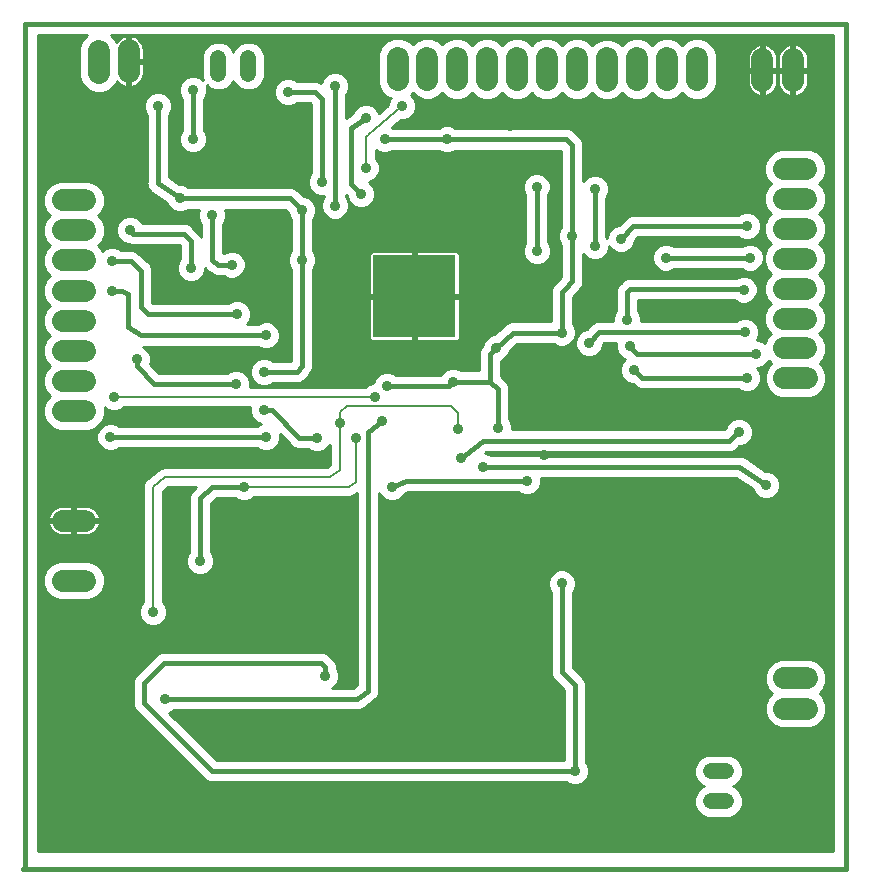
<source format=gbl>
G75*
G70*
%OFA0B0*%
%FSLAX24Y24*%
%IPPOS*%
%LPD*%
%AMOC8*
5,1,8,0,0,1.08239X$1,22.5*
%
%ADD10C,0.0160*%
%ADD11R,0.2756X0.2756*%
%ADD12C,0.0517*%
%ADD13C,0.0740*%
%ADD14C,0.0354*%
%ADD15C,0.0079*%
%ADD16C,0.0100*%
D10*
X000187Y000186D02*
X027628Y000186D01*
X027628Y028375D01*
X000266Y028375D01*
X000266Y000265D01*
X004223Y005718D02*
X004223Y006407D01*
X004892Y007076D01*
X010108Y007076D01*
X010266Y006919D01*
X010266Y006643D01*
X009636Y007588D02*
X003061Y007588D01*
X004223Y005718D02*
X006486Y003454D01*
X018573Y003454D01*
X018573Y006328D01*
X018140Y006761D01*
X018140Y009714D01*
X018140Y011289D02*
X024242Y011289D01*
X024951Y013001D02*
X024065Y013612D01*
X015522Y013612D01*
X014911Y014005D02*
X015502Y014478D01*
X023730Y014478D01*
X024006Y014753D01*
X024309Y016564D02*
X020817Y016564D01*
X020541Y016840D01*
X020660Y017352D02*
X024624Y017352D01*
X024262Y018100D02*
X019380Y018100D01*
X019065Y017726D01*
X018140Y018080D02*
X018140Y019419D01*
X018258Y019537D01*
X018494Y019793D01*
X018494Y021289D01*
X018494Y024320D01*
X018297Y024517D01*
X014321Y024517D01*
X012234Y024517D01*
X011604Y025226D02*
X011132Y024911D01*
X011132Y023021D01*
X011447Y022706D01*
X010581Y022312D02*
X010581Y026309D01*
X010148Y025856D02*
X009911Y026092D01*
X009006Y026092D01*
X010148Y025856D02*
X010148Y023100D01*
X009478Y022155D02*
X009085Y022549D01*
X005423Y022549D01*
X004675Y023060D01*
X004675Y025620D01*
X005856Y026171D02*
X005856Y024517D01*
X006486Y021997D02*
X006486Y020501D01*
X006683Y020344D01*
X007136Y020344D01*
X005778Y020226D02*
X005778Y021131D01*
X005541Y021368D01*
X003856Y021368D01*
X003770Y020462D02*
X003140Y020462D01*
X003770Y020462D02*
X004124Y020147D01*
X004124Y018927D01*
X004360Y018690D01*
X007313Y018690D01*
X008297Y017982D02*
X004124Y017982D01*
X003691Y018257D01*
X003691Y019360D01*
X003494Y019478D01*
X003140Y019478D01*
X003967Y017194D02*
X003967Y016958D01*
X004557Y016368D01*
X007274Y016368D01*
X008219Y016761D02*
X009321Y016761D01*
X009478Y016978D01*
X009478Y020501D01*
X009478Y022155D01*
X012313Y016309D02*
X014400Y016309D01*
X014518Y016446D02*
X015738Y016446D01*
X015738Y017352D01*
X015935Y017549D01*
X016506Y018080D01*
X018140Y018080D01*
X020305Y018513D02*
X020305Y019419D01*
X020423Y019537D01*
X024179Y019537D01*
X024419Y020580D02*
X021604Y020580D01*
X020530Y021631D02*
X020108Y021210D01*
X020530Y021631D02*
X024309Y021631D01*
X020423Y017588D02*
X020660Y017352D01*
X017549Y014005D02*
X025896Y014005D01*
X019242Y020974D02*
X019242Y022864D01*
X017301Y022942D02*
X017301Y020789D01*
X015738Y016446D02*
X016014Y016210D01*
X016014Y014911D01*
X016998Y013139D02*
X012943Y013139D01*
X012471Y012942D01*
X011683Y014753D02*
X012156Y015147D01*
X011683Y014753D02*
X011683Y006131D01*
X011309Y005856D01*
X004931Y005856D01*
X006093Y010462D02*
X006093Y012549D01*
X006486Y012942D01*
X007549Y012942D01*
X008286Y014596D02*
X003100Y014596D01*
X008219Y015501D02*
X008494Y015501D01*
X009400Y014557D01*
X009990Y014557D01*
D11*
X013228Y019289D03*
D12*
X007695Y026699D02*
X007695Y027217D01*
X006695Y027217D02*
X006695Y026699D01*
X023109Y003454D02*
X023627Y003454D01*
X023627Y002454D02*
X023109Y002454D01*
D13*
X025565Y005545D02*
X026305Y005545D01*
X026305Y006553D02*
X025565Y006553D01*
X025563Y016555D02*
X026303Y016555D01*
X026297Y017549D02*
X025557Y017549D01*
X025555Y018545D02*
X026295Y018545D01*
X026297Y019537D02*
X025557Y019537D01*
X025557Y020541D02*
X026297Y020541D01*
X026297Y021545D02*
X025557Y021545D01*
X025551Y022541D02*
X026291Y022541D01*
X026299Y023535D02*
X025559Y023535D01*
X025849Y026458D02*
X025849Y027198D01*
X024833Y027198D02*
X024833Y026458D01*
X022652Y026496D02*
X022652Y027236D01*
X021654Y027228D02*
X021654Y026488D01*
X020660Y026482D02*
X020660Y027222D01*
X019656Y027220D02*
X019656Y026480D01*
X018646Y026492D02*
X018646Y027232D01*
X017640Y027236D02*
X017640Y026496D01*
X016648Y026501D02*
X016648Y027241D01*
X015652Y027241D02*
X015652Y026501D01*
X014656Y026501D02*
X014656Y027241D01*
X013665Y027247D02*
X013665Y026507D01*
X012673Y026505D02*
X012673Y027245D01*
X003707Y027488D02*
X003707Y026748D01*
X002711Y026732D02*
X002711Y027472D01*
X002250Y022482D02*
X001510Y022482D01*
X001510Y021486D02*
X002250Y021486D01*
X002250Y020482D02*
X001510Y020482D01*
X001510Y019478D02*
X002250Y019478D01*
X002250Y018474D02*
X001510Y018474D01*
X001510Y017474D02*
X002250Y017474D01*
X002250Y016472D02*
X001510Y016472D01*
X001510Y015462D02*
X002250Y015462D01*
X002250Y011812D02*
X001510Y011812D01*
X001510Y009812D02*
X002250Y009812D01*
D14*
X003061Y007588D03*
X004518Y008769D03*
X006093Y010462D03*
X007549Y012942D03*
X008286Y014596D03*
X008219Y015501D03*
X007274Y016368D03*
X008219Y016761D03*
X008297Y017982D03*
X007313Y018690D03*
X007136Y020344D03*
X005778Y020226D03*
X006486Y021997D03*
X005423Y022549D03*
X003738Y021486D03*
X003140Y020462D03*
X003140Y019478D03*
X003967Y017194D03*
X003219Y015934D03*
X003100Y014596D03*
X009478Y020501D03*
X009478Y022155D03*
X010148Y023100D03*
X010581Y022312D03*
X011447Y022706D03*
X011604Y023572D03*
X012234Y024517D03*
X011604Y025226D03*
X010581Y026309D03*
X009006Y026092D03*
X009006Y026840D03*
X007392Y025226D03*
X005856Y024517D03*
X004675Y025620D03*
X005856Y026171D03*
X012825Y025620D03*
X014321Y024517D03*
X016408Y024950D03*
X017301Y022942D03*
X018494Y021289D03*
X019242Y020974D03*
X020108Y021210D03*
X021604Y020580D03*
X020305Y018513D03*
X020423Y017627D03*
X020541Y016840D03*
X019065Y017726D03*
X018140Y018080D03*
X015935Y017549D03*
X014518Y016446D03*
X014675Y014871D03*
X014793Y013887D03*
X015522Y013612D03*
X016014Y014911D03*
X017549Y014005D03*
X016998Y013139D03*
X018140Y011289D03*
X018140Y009714D03*
X018573Y003454D03*
X024242Y011289D03*
X024951Y013001D03*
X025896Y014005D03*
X024045Y014753D03*
X024309Y016564D03*
X024624Y017352D03*
X024262Y018100D03*
X024203Y019513D03*
X024419Y020580D03*
X024309Y021631D03*
X019242Y022864D03*
X017313Y020789D03*
X012313Y016309D03*
X011927Y015934D03*
X012156Y015147D03*
X011289Y014557D03*
X010738Y015068D03*
X009990Y014557D03*
X012471Y012942D03*
X009636Y007588D03*
X010266Y006643D03*
X004931Y005856D03*
D15*
X004518Y008769D02*
X004518Y012942D01*
X004911Y013257D01*
X010423Y013257D01*
X010738Y013494D01*
X010738Y015068D01*
X010738Y015423D01*
X010974Y015620D01*
X014439Y015620D01*
X014675Y015383D01*
X014675Y014871D01*
X014911Y014005D02*
X014793Y013887D01*
X014400Y016309D02*
X014518Y016446D01*
X011927Y015934D02*
X003219Y015934D01*
X007549Y012942D02*
X011053Y012942D01*
X011289Y013100D01*
X011289Y014557D01*
X017301Y020789D02*
X017313Y020789D01*
X020423Y017627D02*
X020423Y017588D01*
X024179Y019537D02*
X024203Y019513D01*
X024045Y014753D02*
X024006Y014753D01*
X012825Y025620D02*
X011683Y024675D01*
X011604Y024596D01*
X011604Y023572D01*
X009006Y026840D02*
X007392Y025226D01*
X003738Y021486D02*
X003856Y021368D01*
X010266Y006643D02*
X010266Y006604D01*
D16*
X010479Y006226D02*
X010530Y006247D01*
X010662Y006379D01*
X010733Y006550D01*
X010733Y006736D01*
X010662Y006908D01*
X010636Y006934D01*
X010636Y006992D01*
X010579Y007128D01*
X010318Y007390D01*
X010182Y007446D01*
X010035Y007446D01*
X004818Y007446D01*
X004682Y007390D01*
X004578Y007286D01*
X003909Y006616D01*
X003853Y006481D01*
X003853Y006333D01*
X003853Y005644D01*
X003909Y005508D01*
X004013Y005404D01*
X006277Y003141D01*
X006413Y003084D01*
X006560Y003084D01*
X018282Y003084D01*
X018308Y003058D01*
X018480Y002987D01*
X018666Y002987D01*
X018838Y003058D01*
X018969Y003190D01*
X019040Y003361D01*
X019040Y003547D01*
X018969Y003719D01*
X018943Y003745D01*
X018943Y006255D01*
X018943Y006402D01*
X018887Y006538D01*
X018510Y006914D01*
X018510Y009423D01*
X018536Y009449D01*
X018607Y009621D01*
X018607Y009807D01*
X018536Y009979D01*
X018404Y010110D01*
X018233Y010181D01*
X018047Y010181D01*
X017875Y010110D01*
X017744Y009979D01*
X017673Y009807D01*
X017673Y009621D01*
X017744Y009449D01*
X017770Y009423D01*
X017770Y006835D01*
X017770Y006688D01*
X017826Y006552D01*
X018203Y006175D01*
X018203Y003824D01*
X006640Y003824D01*
X005060Y005404D01*
X005196Y005460D01*
X005222Y005486D01*
X011281Y005486D01*
X011326Y005479D01*
X011354Y005486D01*
X011383Y005486D01*
X011425Y005503D01*
X011469Y005514D01*
X011492Y005531D01*
X011519Y005542D01*
X011551Y005574D01*
X011866Y005807D01*
X011893Y005818D01*
X011925Y005850D01*
X011962Y005877D01*
X011977Y005902D01*
X011997Y005922D01*
X012014Y005964D01*
X012038Y006003D01*
X012042Y006031D01*
X012053Y006058D01*
X012053Y006103D01*
X018203Y006103D01*
X018203Y006004D02*
X012038Y006004D01*
X012053Y006103D02*
X012060Y006149D01*
X012053Y006176D01*
X012053Y012729D01*
X012074Y012678D01*
X012206Y012546D01*
X012378Y012475D01*
X012563Y012475D01*
X012735Y012546D01*
X012867Y012678D01*
X012881Y012713D01*
X013017Y012769D01*
X016707Y012769D01*
X016733Y012743D01*
X016905Y012672D01*
X017091Y012672D01*
X017263Y012743D01*
X017394Y012875D01*
X017465Y013046D01*
X017465Y013232D01*
X017461Y013242D01*
X023950Y013242D01*
X024504Y012860D01*
X024555Y012737D01*
X024686Y012605D01*
X024858Y012534D01*
X025044Y012534D01*
X025215Y012605D01*
X025347Y012737D01*
X025418Y012908D01*
X025418Y013094D01*
X025347Y013266D01*
X025215Y013397D01*
X025044Y013469D01*
X024925Y013469D01*
X024303Y013897D01*
X024275Y013925D01*
X024243Y013938D01*
X024214Y013958D01*
X024175Y013966D01*
X024139Y013982D01*
X024104Y013982D01*
X024070Y013989D01*
X024031Y013982D01*
X015812Y013982D01*
X015786Y014008D01*
X015615Y014079D01*
X015596Y014079D01*
X015632Y014108D01*
X023657Y014108D01*
X023804Y014108D01*
X023940Y014164D01*
X024062Y014286D01*
X024138Y014286D01*
X024310Y014357D01*
X024441Y014489D01*
X024512Y014660D01*
X024512Y014846D01*
X024441Y015018D01*
X024310Y015149D01*
X024138Y015221D01*
X023952Y015221D01*
X023781Y015149D01*
X023649Y015018D01*
X023580Y014851D01*
X023577Y014848D01*
X016481Y014848D01*
X016481Y015004D01*
X016410Y015175D01*
X016384Y015202D01*
X016384Y016151D01*
X016388Y016165D01*
X016384Y016224D01*
X016384Y016284D01*
X016378Y016297D01*
X016377Y016312D01*
X016350Y016365D01*
X016327Y016420D01*
X016317Y016430D01*
X016311Y016443D01*
X016265Y016482D01*
X016223Y016524D01*
X016210Y016529D01*
X016108Y016616D01*
X016108Y017115D01*
X016200Y017153D01*
X016331Y017284D01*
X016402Y017456D01*
X016402Y017478D01*
X016652Y017710D01*
X017849Y017710D01*
X017875Y017684D01*
X018047Y017613D01*
X018233Y017613D01*
X018404Y017684D01*
X018536Y017816D01*
X018607Y017987D01*
X018607Y018173D01*
X018536Y018345D01*
X018510Y018371D01*
X018510Y019264D01*
X018525Y019280D01*
X018572Y019327D01*
X018574Y019334D01*
X018761Y019536D01*
X018808Y019583D01*
X018811Y019590D01*
X018816Y019596D01*
X018839Y019658D01*
X018864Y019719D01*
X018864Y019727D01*
X018867Y019734D01*
X018864Y019800D01*
X018864Y020691D01*
X018978Y020578D01*
X019149Y020507D01*
X019335Y020507D01*
X019507Y020578D01*
X019638Y020709D01*
X019709Y020881D01*
X019709Y020953D01*
X019712Y020945D01*
X019844Y020814D01*
X020015Y020743D01*
X020201Y020743D01*
X020373Y020814D01*
X020504Y020945D01*
X020575Y021117D01*
X020575Y021154D01*
X020683Y021261D01*
X024018Y021261D01*
X024044Y021235D01*
X024216Y021164D01*
X024402Y021164D01*
X024574Y021235D01*
X024705Y021367D01*
X024776Y021538D01*
X024776Y021724D01*
X024705Y021896D01*
X024574Y022027D01*
X024402Y022098D01*
X024216Y022098D01*
X024044Y022027D01*
X024018Y022001D01*
X020603Y022001D01*
X020456Y022001D01*
X020320Y021945D01*
X020052Y021677D01*
X020015Y021677D01*
X019844Y021606D01*
X019712Y021475D01*
X019641Y021303D01*
X019641Y021231D01*
X019638Y021238D01*
X019612Y021265D01*
X019612Y022573D01*
X019638Y022599D01*
X019709Y022771D01*
X019709Y022957D01*
X019638Y023128D01*
X019507Y023260D01*
X019335Y023331D01*
X019149Y023331D01*
X018978Y023260D01*
X018864Y023146D01*
X018864Y024247D01*
X018864Y024394D01*
X018808Y024530D01*
X018611Y024727D01*
X018507Y024831D01*
X018371Y024887D01*
X014612Y024887D01*
X014586Y024913D01*
X014414Y024984D01*
X014228Y024984D01*
X014056Y024913D01*
X014030Y024887D01*
X012525Y024887D01*
X012499Y024913D01*
X012492Y024916D01*
X012777Y025152D01*
X012918Y025152D01*
X013089Y025223D01*
X013221Y025355D01*
X013292Y025527D01*
X013292Y025712D01*
X013221Y025884D01*
X013103Y026002D01*
X013170Y026069D01*
X013292Y025948D01*
X013534Y025847D01*
X013797Y025847D01*
X014039Y025948D01*
X014158Y026066D01*
X014282Y025942D01*
X014524Y025841D01*
X014787Y025841D01*
X015029Y025942D01*
X015154Y026066D01*
X015278Y025942D01*
X015520Y025841D01*
X015783Y025841D01*
X016025Y025942D01*
X016150Y026066D01*
X016274Y025942D01*
X016516Y025841D01*
X016779Y025841D01*
X017022Y025942D01*
X017141Y026061D01*
X017266Y025936D01*
X017509Y025836D01*
X017771Y025836D01*
X018014Y025936D01*
X018141Y026063D01*
X018272Y025932D01*
X018514Y025832D01*
X018777Y025832D01*
X019020Y025932D01*
X019145Y026057D01*
X019282Y025920D01*
X019524Y025820D01*
X019787Y025820D01*
X020029Y025920D01*
X020159Y026049D01*
X020286Y025922D01*
X020528Y025822D01*
X020791Y025822D01*
X021033Y025922D01*
X021159Y026048D01*
X021280Y025928D01*
X021522Y025828D01*
X021785Y025828D01*
X022027Y025928D01*
X022157Y026057D01*
X022278Y025936D01*
X022520Y025836D01*
X022783Y025836D01*
X023025Y025936D01*
X023211Y026122D01*
X023312Y026364D01*
X023312Y027367D01*
X023211Y027609D01*
X023025Y027795D01*
X022783Y027896D01*
X022520Y027896D01*
X022278Y027795D01*
X022149Y027666D01*
X022027Y027787D01*
X021785Y027888D01*
X021522Y027888D01*
X021280Y027787D01*
X021154Y027661D01*
X021033Y027781D01*
X020791Y027882D01*
X020528Y027882D01*
X020286Y027781D01*
X020157Y027652D01*
X020029Y027779D01*
X019787Y027880D01*
X019524Y027880D01*
X019282Y027779D01*
X019157Y027654D01*
X019020Y027791D01*
X018777Y027892D01*
X018514Y027892D01*
X018272Y027791D01*
X018145Y027664D01*
X018014Y027795D01*
X017771Y027896D01*
X017509Y027896D01*
X017266Y027795D01*
X017147Y027676D01*
X017022Y027801D01*
X016779Y027901D01*
X016516Y027901D01*
X016274Y027801D01*
X016150Y027677D01*
X016025Y027801D01*
X015783Y027901D01*
X015520Y027901D01*
X015278Y027801D01*
X015154Y027677D01*
X015029Y027801D01*
X014787Y027901D01*
X014524Y027901D01*
X014282Y027801D01*
X014163Y027683D01*
X014039Y027807D01*
X013797Y027907D01*
X013534Y027907D01*
X013292Y027807D01*
X013168Y027684D01*
X013169Y027684D01*
X013168Y027684D02*
X013047Y027805D01*
X012805Y027905D01*
X012542Y027905D01*
X012299Y027805D01*
X012114Y027619D01*
X012013Y027377D01*
X012013Y026374D01*
X012114Y026132D01*
X012299Y025946D01*
X012435Y025890D01*
X012429Y025884D01*
X012358Y025712D01*
X012358Y025660D01*
X012039Y025397D01*
X012000Y025490D01*
X011869Y025622D01*
X011697Y025693D01*
X011511Y025693D01*
X011340Y025622D01*
X011208Y025490D01*
X011160Y025374D01*
X010957Y025239D01*
X010951Y025236D01*
X010951Y026018D01*
X010977Y026044D01*
X011048Y026216D01*
X011048Y026401D01*
X010977Y026573D01*
X010845Y026705D01*
X010674Y026776D01*
X010488Y026776D01*
X010316Y026705D01*
X010185Y026573D01*
X010116Y026408D01*
X009985Y026462D01*
X009297Y026462D01*
X009271Y026488D01*
X009099Y026559D01*
X008913Y026559D01*
X008741Y026488D01*
X008610Y026357D01*
X008539Y026185D01*
X008539Y025999D01*
X008610Y025827D01*
X008741Y025696D01*
X008913Y025625D01*
X009099Y025625D01*
X009271Y025696D01*
X009297Y025722D01*
X009758Y025722D01*
X009778Y025702D01*
X009778Y023390D01*
X009752Y023364D01*
X009681Y023193D01*
X009681Y023007D01*
X009752Y022835D01*
X009883Y022704D01*
X010055Y022633D01*
X010211Y022633D01*
X010211Y022603D01*
X010185Y022577D01*
X010114Y022405D01*
X010114Y022219D01*
X010185Y022048D01*
X010316Y021916D01*
X010488Y021845D01*
X010674Y021845D01*
X010845Y021916D01*
X010977Y022048D01*
X011048Y022219D01*
X011048Y022405D01*
X010977Y022577D01*
X010951Y022603D01*
X010951Y022679D01*
X010980Y022650D01*
X010980Y022613D01*
X011051Y022441D01*
X011182Y022310D01*
X011354Y022239D01*
X011540Y022239D01*
X011712Y022310D01*
X011843Y022441D01*
X011914Y022613D01*
X011914Y022799D01*
X011843Y022971D01*
X011712Y023102D01*
X011701Y023107D01*
X011869Y023176D01*
X012000Y023308D01*
X012072Y023479D01*
X012072Y023665D01*
X012000Y023837D01*
X011934Y023904D01*
X011934Y024157D01*
X011970Y024121D01*
X012141Y024050D01*
X012327Y024050D01*
X012499Y024121D01*
X012525Y024147D01*
X014030Y024147D01*
X014056Y024121D01*
X014228Y024050D01*
X014414Y024050D01*
X014586Y024121D01*
X014612Y024147D01*
X018124Y024147D01*
X018124Y021579D01*
X018098Y021553D01*
X018027Y021382D01*
X018027Y021196D01*
X018098Y021024D01*
X018124Y020998D01*
X018124Y019937D01*
X017991Y019793D01*
X017930Y019732D01*
X017826Y019628D01*
X017770Y019492D01*
X017770Y018450D01*
X016513Y018450D01*
X016446Y018453D01*
X016439Y018450D01*
X016432Y018450D01*
X016371Y018425D01*
X016308Y018401D01*
X016303Y018396D01*
X016296Y018394D01*
X016249Y018346D01*
X015894Y018016D01*
X015842Y018016D01*
X015670Y017945D01*
X015539Y017813D01*
X015468Y017642D01*
X015468Y017605D01*
X015425Y017561D01*
X015368Y017425D01*
X015368Y016816D01*
X014808Y016816D01*
X014782Y016842D01*
X014611Y016913D01*
X014425Y016913D01*
X014253Y016842D01*
X014122Y016711D01*
X014108Y016678D01*
X012604Y016678D01*
X012578Y016705D01*
X012406Y016776D01*
X012220Y016776D01*
X012048Y016705D01*
X011917Y016573D01*
X011846Y016402D01*
X011834Y016402D01*
X011663Y016331D01*
X011596Y016264D01*
X007736Y016264D01*
X007741Y016275D01*
X007741Y016460D01*
X007670Y016632D01*
X007538Y016764D01*
X007367Y016835D01*
X007181Y016835D01*
X007009Y016764D01*
X006983Y016738D01*
X004710Y016738D01*
X004408Y017040D01*
X004434Y017101D01*
X004434Y017287D01*
X004363Y017459D01*
X004231Y017590D01*
X004179Y017612D01*
X008007Y017612D01*
X008033Y017586D01*
X008204Y017515D01*
X008390Y017515D01*
X008562Y017586D01*
X008693Y017717D01*
X008764Y017889D01*
X008764Y018075D01*
X008693Y018246D01*
X008562Y018378D01*
X008390Y018449D01*
X008204Y018449D01*
X008033Y018378D01*
X008007Y018352D01*
X007635Y018352D01*
X007709Y018426D01*
X007780Y018597D01*
X007780Y018783D01*
X007709Y018955D01*
X007578Y019086D01*
X007406Y019158D01*
X007220Y019158D01*
X007048Y019086D01*
X007022Y019060D01*
X004514Y019060D01*
X004494Y019080D01*
X004494Y020085D01*
X004498Y020095D01*
X004494Y020158D01*
X004494Y020221D01*
X004490Y020231D01*
X004489Y020242D01*
X004462Y020299D01*
X004438Y020357D01*
X004430Y020365D01*
X004425Y020375D01*
X004378Y020417D01*
X004334Y020461D01*
X004323Y020465D01*
X004024Y020731D01*
X003979Y020776D01*
X003969Y020780D01*
X003961Y020787D01*
X003901Y020808D01*
X003843Y020832D01*
X003832Y020832D01*
X003821Y020836D01*
X003759Y020832D01*
X003431Y020832D01*
X003404Y020858D01*
X003233Y020929D01*
X003047Y020929D01*
X002875Y020858D01*
X002828Y020811D01*
X002809Y020856D01*
X002681Y020984D01*
X002809Y021112D01*
X002910Y021354D01*
X002910Y021617D01*
X002809Y021859D01*
X002685Y021984D01*
X002809Y022108D01*
X002910Y022350D01*
X002910Y022613D01*
X002809Y022856D01*
X002624Y023041D01*
X002381Y023142D01*
X001379Y023142D01*
X001136Y023041D01*
X000950Y022856D01*
X000850Y022613D01*
X000850Y022350D01*
X000950Y022108D01*
X001075Y021984D01*
X000950Y021859D01*
X000850Y021617D01*
X000850Y021354D01*
X000950Y021112D01*
X001079Y020984D01*
X000950Y020856D01*
X000850Y020613D01*
X000850Y020350D01*
X000950Y020108D01*
X001079Y019980D01*
X000950Y019852D01*
X000850Y019609D01*
X000850Y019346D01*
X000950Y019104D01*
X001079Y018976D01*
X000950Y018848D01*
X000850Y018605D01*
X000850Y018343D01*
X000950Y018100D01*
X001077Y017974D01*
X000950Y017848D01*
X000850Y017605D01*
X000850Y017343D01*
X000950Y017100D01*
X001078Y016973D01*
X000950Y016846D01*
X000850Y016603D01*
X000850Y016341D01*
X000950Y016098D01*
X001082Y015967D01*
X000950Y015836D01*
X000850Y015593D01*
X000850Y015331D01*
X000950Y015088D01*
X001136Y014903D01*
X001379Y014802D01*
X002381Y014802D01*
X002624Y014903D01*
X002809Y015088D01*
X002910Y015331D01*
X002910Y015582D01*
X002954Y015538D01*
X003126Y015467D01*
X003311Y015467D01*
X003483Y015538D01*
X003550Y015605D01*
X007756Y015605D01*
X007751Y015594D01*
X007751Y015408D01*
X007823Y015237D01*
X007954Y015105D01*
X008124Y015035D01*
X008021Y014992D01*
X007995Y014966D01*
X003391Y014966D01*
X003365Y014992D01*
X003193Y015063D01*
X003008Y015063D01*
X002836Y014992D01*
X002704Y014861D01*
X002633Y014689D01*
X002633Y014503D01*
X002704Y014331D01*
X002836Y014200D01*
X003008Y014129D01*
X003193Y014129D01*
X003365Y014200D01*
X003391Y014226D01*
X007995Y014226D01*
X008021Y014200D01*
X008193Y014129D01*
X008378Y014129D01*
X008550Y014200D01*
X008682Y014331D01*
X008753Y014503D01*
X008753Y014689D01*
X008747Y014703D01*
X009084Y014351D01*
X009086Y014347D01*
X009135Y014298D01*
X009183Y014247D01*
X009187Y014246D01*
X009190Y014243D01*
X009254Y014216D01*
X009318Y014188D01*
X009322Y014188D01*
X009326Y014187D01*
X009395Y014187D01*
X009465Y014185D01*
X009469Y014187D01*
X009700Y014187D01*
X009726Y014160D01*
X009897Y014089D01*
X010083Y014089D01*
X010255Y014160D01*
X010386Y014292D01*
X010409Y014347D01*
X010409Y013658D01*
X010314Y013587D01*
X004930Y013587D01*
X004883Y013592D01*
X004865Y013587D01*
X004846Y013587D01*
X004802Y013569D01*
X004757Y013555D01*
X004742Y013544D01*
X004725Y013537D01*
X004691Y013503D01*
X004349Y013229D01*
X004331Y013222D01*
X004298Y013188D01*
X004261Y013159D01*
X004252Y013142D01*
X004239Y013129D01*
X004220Y013085D01*
X004198Y013044D01*
X004196Y013025D01*
X004188Y013008D01*
X004188Y012961D01*
X004183Y012914D01*
X004188Y012896D01*
X004188Y009100D01*
X004122Y009034D01*
X004051Y008862D01*
X000673Y008862D01*
X000673Y008764D02*
X004051Y008764D01*
X004051Y008676D02*
X004122Y008504D01*
X004253Y008373D01*
X004425Y008302D01*
X004611Y008302D01*
X004782Y008373D01*
X004914Y008504D01*
X004985Y008676D01*
X004985Y008862D01*
X011313Y008862D01*
X011313Y008764D02*
X004985Y008764D01*
X004985Y008862D02*
X004914Y009034D01*
X004847Y009100D01*
X004847Y012784D01*
X005027Y012928D01*
X005949Y012928D01*
X005779Y012758D01*
X005723Y012622D01*
X005723Y012475D01*
X005723Y010753D01*
X005697Y010727D01*
X005625Y010555D01*
X005625Y010369D01*
X005697Y010197D01*
X005828Y010066D01*
X006000Y009995D01*
X006186Y009995D01*
X006357Y010066D01*
X006489Y010197D01*
X006560Y010369D01*
X006560Y010555D01*
X006489Y010727D01*
X006463Y010753D01*
X006463Y012395D01*
X006640Y012572D01*
X007259Y012572D01*
X007285Y012546D01*
X007456Y012475D01*
X007642Y012475D01*
X007814Y012546D01*
X007881Y012613D01*
X011021Y012613D01*
X011053Y012607D01*
X011085Y012613D01*
X011119Y012613D01*
X011149Y012626D01*
X011181Y012632D01*
X011209Y012650D01*
X011240Y012663D01*
X011263Y012686D01*
X011313Y012720D01*
X011313Y006318D01*
X011188Y006226D01*
X010479Y006226D01*
X010583Y006300D02*
X011288Y006300D01*
X011313Y006398D02*
X010670Y006398D01*
X010711Y006497D02*
X011313Y006497D01*
X011313Y006596D02*
X010733Y006596D01*
X010733Y006694D02*
X011313Y006694D01*
X011313Y006793D02*
X010710Y006793D01*
X010669Y006891D02*
X011313Y006891D01*
X011313Y006990D02*
X010636Y006990D01*
X010596Y007088D02*
X011313Y007088D01*
X011313Y007187D02*
X010521Y007187D01*
X010422Y007285D02*
X011313Y007285D01*
X011313Y007384D02*
X010324Y007384D01*
X011313Y007482D02*
X000673Y007482D01*
X000673Y007384D02*
X004676Y007384D01*
X004578Y007285D02*
X000673Y007285D01*
X000673Y007187D02*
X004479Y007187D01*
X004381Y007088D02*
X000673Y007088D01*
X000673Y006990D02*
X004282Y006990D01*
X004184Y006891D02*
X000673Y006891D01*
X000673Y006793D02*
X004085Y006793D01*
X003986Y006694D02*
X000673Y006694D01*
X000673Y006596D02*
X003900Y006596D01*
X003859Y006497D02*
X000673Y006497D01*
X000673Y006398D02*
X003853Y006398D01*
X003853Y006300D02*
X000673Y006300D01*
X000673Y006201D02*
X003853Y006201D01*
X003853Y006103D02*
X000673Y006103D01*
X000673Y006004D02*
X003853Y006004D01*
X003853Y005906D02*
X000673Y005906D01*
X000673Y005807D02*
X003853Y005807D01*
X003853Y005709D02*
X000673Y005709D01*
X000673Y005610D02*
X003867Y005610D01*
X003908Y005512D02*
X000673Y005512D01*
X000673Y005413D02*
X004004Y005413D01*
X004103Y005314D02*
X000673Y005314D01*
X000673Y005216D02*
X004201Y005216D01*
X004300Y005117D02*
X000673Y005117D01*
X000673Y005019D02*
X004398Y005019D01*
X004497Y004920D02*
X000673Y004920D01*
X000673Y004822D02*
X004595Y004822D01*
X004694Y004723D02*
X000673Y004723D01*
X000673Y004625D02*
X004793Y004625D01*
X004891Y004526D02*
X000673Y004526D01*
X000673Y004428D02*
X004990Y004428D01*
X005088Y004329D02*
X000673Y004329D01*
X000673Y004231D02*
X005187Y004231D01*
X005285Y004132D02*
X000673Y004132D01*
X000673Y004033D02*
X005384Y004033D01*
X005482Y003935D02*
X000673Y003935D01*
X000673Y003836D02*
X005581Y003836D01*
X005679Y003738D02*
X000673Y003738D01*
X000673Y003639D02*
X005778Y003639D01*
X005876Y003541D02*
X000673Y003541D01*
X000673Y003442D02*
X005975Y003442D01*
X006074Y003344D02*
X000673Y003344D01*
X000673Y003245D02*
X006172Y003245D01*
X006271Y003147D02*
X000673Y003147D01*
X000673Y003048D02*
X018333Y003048D01*
X018813Y003048D02*
X022740Y003048D01*
X022799Y002989D02*
X022883Y002954D01*
X022799Y002919D01*
X022644Y002765D01*
X022561Y002563D01*
X022561Y002345D01*
X022644Y002143D01*
X022799Y001989D01*
X023000Y001905D01*
X023736Y001905D01*
X023938Y001989D01*
X024092Y002143D01*
X024176Y002345D01*
X024176Y002563D01*
X024092Y002765D01*
X023938Y002919D01*
X023854Y002954D01*
X023938Y002989D01*
X024092Y003143D01*
X024176Y003345D01*
X024176Y003563D01*
X024092Y003765D01*
X023938Y003919D01*
X023736Y004003D01*
X023000Y004003D01*
X022799Y003919D01*
X022644Y003765D01*
X022561Y003563D01*
X022561Y003345D01*
X022644Y003143D01*
X022799Y002989D01*
X022871Y002949D02*
X000673Y002949D01*
X000673Y002851D02*
X022730Y002851D01*
X022639Y002752D02*
X000673Y002752D01*
X000673Y002654D02*
X022598Y002654D01*
X022561Y002555D02*
X000673Y002555D01*
X000673Y002457D02*
X022561Y002457D01*
X022561Y002358D02*
X000673Y002358D01*
X000673Y002260D02*
X022596Y002260D01*
X022637Y002161D02*
X000673Y002161D01*
X000673Y002063D02*
X022725Y002063D01*
X022859Y001964D02*
X000673Y001964D01*
X000673Y001865D02*
X027173Y001865D01*
X027173Y001767D02*
X000673Y001767D01*
X000673Y001668D02*
X027173Y001668D01*
X027173Y001570D02*
X000673Y001570D01*
X000673Y001471D02*
X027173Y001471D01*
X027173Y001373D02*
X000673Y001373D01*
X000673Y001274D02*
X027173Y001274D01*
X027173Y001176D02*
X000673Y001176D01*
X000673Y001077D02*
X027173Y001077D01*
X027173Y000979D02*
X000673Y000979D01*
X000673Y000880D02*
X027173Y000880D01*
X027173Y000787D02*
X000673Y000787D01*
X000673Y028005D01*
X002311Y028005D01*
X002151Y027846D01*
X002051Y027603D01*
X002051Y026601D01*
X002151Y026358D01*
X002337Y026172D01*
X002579Y026072D01*
X002842Y026072D01*
X003085Y026172D01*
X003270Y026358D01*
X003308Y026448D01*
X003326Y026423D01*
X003382Y026367D01*
X003445Y026321D01*
X003515Y026285D01*
X003590Y026261D01*
X003657Y026251D01*
X003657Y027067D01*
X003757Y027067D01*
X003757Y026251D01*
X003824Y026261D01*
X003898Y026285D01*
X003968Y026321D01*
X004032Y026367D01*
X004087Y026423D01*
X004133Y026486D01*
X004169Y026556D01*
X004193Y026631D01*
X004205Y026708D01*
X004205Y027068D01*
X003757Y027068D01*
X003757Y027167D01*
X004205Y027167D01*
X004205Y027527D01*
X004193Y027604D01*
X004169Y027679D01*
X004133Y027749D01*
X004087Y027812D01*
X004032Y027868D01*
X003968Y027914D01*
X003898Y027950D01*
X003824Y027974D01*
X003757Y027985D01*
X003757Y027168D01*
X003657Y027168D01*
X003657Y027985D01*
X003590Y027974D01*
X003515Y027950D01*
X003445Y027914D01*
X003382Y027868D01*
X003326Y027812D01*
X003299Y027775D01*
X003270Y027846D01*
X003110Y028005D01*
X027173Y028005D01*
X027173Y000787D01*
X027173Y001964D02*
X023877Y001964D01*
X024011Y002063D02*
X027173Y002063D01*
X027173Y002161D02*
X024099Y002161D01*
X024140Y002260D02*
X027173Y002260D01*
X027173Y002358D02*
X024176Y002358D01*
X024176Y002457D02*
X027173Y002457D01*
X027173Y002555D02*
X024176Y002555D01*
X024138Y002654D02*
X027173Y002654D01*
X027173Y002752D02*
X024097Y002752D01*
X024006Y002851D02*
X027173Y002851D01*
X027173Y002949D02*
X023865Y002949D01*
X023997Y003048D02*
X027173Y003048D01*
X027173Y003147D02*
X024093Y003147D01*
X024134Y003245D02*
X027173Y003245D01*
X027173Y003344D02*
X024175Y003344D01*
X024176Y003442D02*
X027173Y003442D01*
X027173Y003541D02*
X024176Y003541D01*
X024144Y003639D02*
X027173Y003639D01*
X027173Y003738D02*
X024103Y003738D01*
X024021Y003836D02*
X027173Y003836D01*
X027173Y003935D02*
X023900Y003935D01*
X022836Y003935D02*
X018943Y003935D01*
X018943Y004033D02*
X027173Y004033D01*
X027173Y004132D02*
X018943Y004132D01*
X018943Y004231D02*
X027173Y004231D01*
X027173Y004329D02*
X018943Y004329D01*
X018943Y004428D02*
X027173Y004428D01*
X027173Y004526D02*
X018943Y004526D01*
X018943Y004625D02*
X027173Y004625D01*
X027173Y004723D02*
X018943Y004723D01*
X018943Y004822D02*
X027173Y004822D01*
X027173Y004920D02*
X026522Y004920D01*
X026436Y004885D02*
X026679Y004985D01*
X026865Y005171D01*
X026965Y005413D01*
X027173Y005413D01*
X027173Y005314D02*
X026924Y005314D01*
X026883Y005216D02*
X027173Y005216D01*
X027173Y005117D02*
X026811Y005117D01*
X026713Y005019D02*
X027173Y005019D01*
X026965Y005413D02*
X026965Y005676D01*
X026865Y005919D01*
X026734Y006049D01*
X026865Y006179D01*
X026965Y006421D01*
X026965Y006684D01*
X026865Y006926D01*
X026679Y007112D01*
X026436Y007213D01*
X025434Y007213D01*
X025191Y007112D01*
X025006Y006926D01*
X024905Y006684D01*
X024905Y006421D01*
X025006Y006179D01*
X025136Y006049D01*
X025006Y005919D01*
X024905Y005676D01*
X024905Y005413D01*
X018943Y005413D01*
X018943Y005314D02*
X024946Y005314D01*
X024987Y005216D02*
X018943Y005216D01*
X018943Y005117D02*
X025059Y005117D01*
X025006Y005171D02*
X025191Y004985D01*
X025434Y004885D01*
X026436Y004885D01*
X026965Y005512D02*
X027173Y005512D01*
X027173Y005610D02*
X026965Y005610D01*
X026952Y005709D02*
X027173Y005709D01*
X027173Y005807D02*
X026911Y005807D01*
X026870Y005906D02*
X027173Y005906D01*
X027173Y006004D02*
X026779Y006004D01*
X026789Y006103D02*
X027173Y006103D01*
X027173Y006201D02*
X026874Y006201D01*
X026915Y006300D02*
X027173Y006300D01*
X027173Y006398D02*
X026956Y006398D01*
X026965Y006497D02*
X027173Y006497D01*
X027173Y006596D02*
X026965Y006596D01*
X026961Y006694D02*
X027173Y006694D01*
X027173Y006793D02*
X026920Y006793D01*
X026879Y006891D02*
X027173Y006891D01*
X027173Y006990D02*
X026801Y006990D01*
X026703Y007088D02*
X027173Y007088D01*
X027173Y007187D02*
X026499Y007187D01*
X027173Y007285D02*
X018510Y007285D01*
X018510Y007187D02*
X025372Y007187D01*
X025167Y007088D02*
X018510Y007088D01*
X018510Y006990D02*
X025069Y006990D01*
X024991Y006891D02*
X018533Y006891D01*
X018632Y006793D02*
X024950Y006793D01*
X024909Y006694D02*
X018730Y006694D01*
X018829Y006596D02*
X024905Y006596D01*
X024905Y006497D02*
X018903Y006497D01*
X018943Y006398D02*
X024915Y006398D01*
X024955Y006300D02*
X018943Y006300D01*
X018943Y006201D02*
X024996Y006201D01*
X025081Y006103D02*
X018943Y006103D01*
X018943Y006004D02*
X025091Y006004D01*
X025000Y005906D02*
X018943Y005906D01*
X018943Y005807D02*
X024959Y005807D01*
X024919Y005709D02*
X018943Y005709D01*
X018943Y005610D02*
X024905Y005610D01*
X024905Y005512D02*
X018943Y005512D01*
X018943Y005019D02*
X025158Y005019D01*
X025348Y004920D02*
X018943Y004920D01*
X018203Y004920D02*
X005543Y004920D01*
X005445Y005019D02*
X018203Y005019D01*
X018203Y005117D02*
X005346Y005117D01*
X005248Y005216D02*
X018203Y005216D01*
X018203Y005314D02*
X005149Y005314D01*
X005083Y005413D02*
X018203Y005413D01*
X018203Y005512D02*
X011459Y005512D01*
X011599Y005610D02*
X018203Y005610D01*
X018203Y005709D02*
X011733Y005709D01*
X011867Y005807D02*
X018203Y005807D01*
X018203Y005906D02*
X011981Y005906D01*
X012053Y006201D02*
X018176Y006201D01*
X018078Y006300D02*
X012053Y006300D01*
X012053Y006398D02*
X017979Y006398D01*
X017881Y006497D02*
X012053Y006497D01*
X012053Y006596D02*
X017808Y006596D01*
X017770Y006694D02*
X012053Y006694D01*
X012053Y006793D02*
X017770Y006793D01*
X017770Y006891D02*
X012053Y006891D01*
X012053Y006990D02*
X017770Y006990D01*
X017770Y007088D02*
X012053Y007088D01*
X012053Y007187D02*
X017770Y007187D01*
X017770Y007285D02*
X012053Y007285D01*
X012053Y007384D02*
X017770Y007384D01*
X017770Y007482D02*
X012053Y007482D01*
X012053Y007581D02*
X017770Y007581D01*
X017770Y007680D02*
X012053Y007680D01*
X012053Y007778D02*
X017770Y007778D01*
X017770Y007877D02*
X012053Y007877D01*
X012053Y007975D02*
X017770Y007975D01*
X017770Y008074D02*
X012053Y008074D01*
X012053Y008172D02*
X017770Y008172D01*
X017770Y008271D02*
X012053Y008271D01*
X012053Y008369D02*
X017770Y008369D01*
X017770Y008468D02*
X012053Y008468D01*
X012053Y008566D02*
X017770Y008566D01*
X017770Y008665D02*
X012053Y008665D01*
X012053Y008764D02*
X017770Y008764D01*
X017770Y008862D02*
X012053Y008862D01*
X012053Y008961D02*
X017770Y008961D01*
X017770Y009059D02*
X012053Y009059D01*
X012053Y009158D02*
X017770Y009158D01*
X017770Y009256D02*
X012053Y009256D01*
X012053Y009355D02*
X017770Y009355D01*
X017742Y009453D02*
X012053Y009453D01*
X012053Y009552D02*
X017701Y009552D01*
X017673Y009650D02*
X012053Y009650D01*
X012053Y009749D02*
X017673Y009749D01*
X017689Y009847D02*
X012053Y009847D01*
X012053Y009946D02*
X017730Y009946D01*
X017810Y010045D02*
X012053Y010045D01*
X012053Y010143D02*
X017955Y010143D01*
X018325Y010143D02*
X027173Y010143D01*
X027173Y010045D02*
X018470Y010045D01*
X018549Y009946D02*
X027173Y009946D01*
X027173Y009847D02*
X018590Y009847D01*
X018607Y009749D02*
X027173Y009749D01*
X027173Y009650D02*
X018607Y009650D01*
X018578Y009552D02*
X027173Y009552D01*
X027173Y009453D02*
X018537Y009453D01*
X018510Y009355D02*
X027173Y009355D01*
X027173Y009256D02*
X018510Y009256D01*
X018510Y009158D02*
X027173Y009158D01*
X027173Y009059D02*
X018510Y009059D01*
X018510Y008961D02*
X027173Y008961D01*
X027173Y008862D02*
X018510Y008862D01*
X018510Y008764D02*
X027173Y008764D01*
X027173Y008665D02*
X018510Y008665D01*
X018510Y008566D02*
X027173Y008566D01*
X027173Y008468D02*
X018510Y008468D01*
X018510Y008369D02*
X027173Y008369D01*
X027173Y008271D02*
X018510Y008271D01*
X018510Y008172D02*
X027173Y008172D01*
X027173Y008074D02*
X018510Y008074D01*
X018510Y007975D02*
X027173Y007975D01*
X027173Y007877D02*
X018510Y007877D01*
X018510Y007778D02*
X027173Y007778D01*
X027173Y007680D02*
X018510Y007680D01*
X018510Y007581D02*
X027173Y007581D01*
X027173Y007482D02*
X018510Y007482D01*
X018510Y007384D02*
X027173Y007384D01*
X024905Y005413D02*
X025006Y005171D01*
X022716Y003836D02*
X018943Y003836D01*
X018950Y003738D02*
X022633Y003738D01*
X022592Y003639D02*
X019002Y003639D01*
X019040Y003541D02*
X022561Y003541D01*
X022561Y003442D02*
X019040Y003442D01*
X019033Y003344D02*
X022561Y003344D01*
X022602Y003245D02*
X018992Y003245D01*
X018926Y003147D02*
X022643Y003147D01*
X018203Y003836D02*
X006627Y003836D01*
X006529Y003935D02*
X018203Y003935D01*
X018203Y004033D02*
X006430Y004033D01*
X006332Y004132D02*
X018203Y004132D01*
X018203Y004231D02*
X006233Y004231D01*
X006135Y004329D02*
X018203Y004329D01*
X018203Y004428D02*
X006036Y004428D01*
X005938Y004526D02*
X018203Y004526D01*
X018203Y004625D02*
X005839Y004625D01*
X005740Y004723D02*
X018203Y004723D01*
X018203Y004822D02*
X005642Y004822D01*
X004773Y008369D02*
X011313Y008369D01*
X011313Y008271D02*
X000673Y008271D01*
X000673Y008369D02*
X004262Y008369D01*
X004158Y008468D02*
X000673Y008468D01*
X000673Y008566D02*
X004096Y008566D01*
X004055Y008665D02*
X000673Y008665D01*
X000673Y008961D02*
X004091Y008961D01*
X004051Y008862D02*
X004051Y008676D01*
X004147Y009059D02*
X000673Y009059D01*
X000673Y009158D02*
X001366Y009158D01*
X001379Y009152D02*
X001136Y009253D01*
X000950Y009439D01*
X000850Y009681D01*
X000850Y009944D01*
X000950Y010186D01*
X001136Y010372D01*
X001379Y010472D01*
X002381Y010472D01*
X002624Y010372D01*
X002809Y010186D01*
X002910Y009944D01*
X002910Y009681D01*
X002809Y009439D01*
X002624Y009253D01*
X002381Y009152D01*
X001379Y009152D01*
X001133Y009256D02*
X000673Y009256D01*
X000673Y009355D02*
X001034Y009355D01*
X000944Y009453D02*
X000673Y009453D01*
X000673Y009552D02*
X000904Y009552D01*
X000863Y009650D02*
X000673Y009650D01*
X000673Y009749D02*
X000850Y009749D01*
X000850Y009847D02*
X000673Y009847D01*
X000673Y009946D02*
X000851Y009946D01*
X000892Y010045D02*
X000673Y010045D01*
X000673Y010143D02*
X000933Y010143D01*
X001006Y010242D02*
X000673Y010242D01*
X000673Y010340D02*
X001104Y010340D01*
X001297Y010439D02*
X000673Y010439D01*
X000673Y010537D02*
X004188Y010537D01*
X004188Y010439D02*
X002463Y010439D01*
X002656Y010340D02*
X004188Y010340D01*
X004188Y010242D02*
X002754Y010242D01*
X002827Y010143D02*
X004188Y010143D01*
X004188Y010045D02*
X002868Y010045D01*
X002909Y009946D02*
X004188Y009946D01*
X004188Y009847D02*
X002910Y009847D01*
X002910Y009749D02*
X004188Y009749D01*
X004188Y009650D02*
X002897Y009650D01*
X002856Y009552D02*
X004188Y009552D01*
X004188Y009453D02*
X002816Y009453D01*
X002726Y009355D02*
X004188Y009355D01*
X004188Y009256D02*
X002627Y009256D01*
X002394Y009158D02*
X004188Y009158D01*
X004847Y009158D02*
X011313Y009158D01*
X011313Y009256D02*
X004847Y009256D01*
X004847Y009355D02*
X011313Y009355D01*
X011313Y009453D02*
X004847Y009453D01*
X004847Y009552D02*
X011313Y009552D01*
X011313Y009650D02*
X004847Y009650D01*
X004847Y009749D02*
X011313Y009749D01*
X011313Y009847D02*
X004847Y009847D01*
X004847Y009946D02*
X011313Y009946D01*
X011313Y010045D02*
X006305Y010045D01*
X006434Y010143D02*
X011313Y010143D01*
X011313Y010242D02*
X006507Y010242D01*
X006548Y010340D02*
X011313Y010340D01*
X011313Y010439D02*
X006560Y010439D01*
X006560Y010537D02*
X011313Y010537D01*
X011313Y010636D02*
X006526Y010636D01*
X006481Y010734D02*
X011313Y010734D01*
X011313Y010833D02*
X006463Y010833D01*
X006463Y010931D02*
X011313Y010931D01*
X011313Y011030D02*
X006463Y011030D01*
X006463Y011129D02*
X011313Y011129D01*
X011313Y011227D02*
X006463Y011227D01*
X006463Y011326D02*
X011313Y011326D01*
X011313Y011424D02*
X006463Y011424D01*
X006463Y011523D02*
X011313Y011523D01*
X011313Y011621D02*
X006463Y011621D01*
X006463Y011720D02*
X011313Y011720D01*
X011313Y011818D02*
X006463Y011818D01*
X006463Y011917D02*
X011313Y011917D01*
X011313Y012015D02*
X006463Y012015D01*
X006463Y012114D02*
X011313Y012114D01*
X011313Y012213D02*
X006463Y012213D01*
X006463Y012311D02*
X011313Y012311D01*
X011313Y012410D02*
X006477Y012410D01*
X006575Y012508D02*
X007377Y012508D01*
X007722Y012508D02*
X011313Y012508D01*
X011313Y012607D02*
X011054Y012607D01*
X011052Y012607D02*
X007874Y012607D01*
X008061Y014183D02*
X003325Y014183D01*
X002876Y014183D02*
X000673Y014183D01*
X000673Y014085D02*
X010409Y014085D01*
X010409Y014183D02*
X010278Y014183D01*
X010376Y014282D02*
X010409Y014282D01*
X010409Y013986D02*
X000673Y013986D01*
X000673Y013888D02*
X010409Y013888D01*
X010409Y013789D02*
X000673Y013789D01*
X000673Y013691D02*
X010409Y013691D01*
X010321Y013592D02*
X000673Y013592D01*
X000673Y013494D02*
X004680Y013494D01*
X004556Y013395D02*
X000673Y013395D01*
X000673Y013296D02*
X004433Y013296D01*
X004308Y013198D02*
X000673Y013198D01*
X000673Y013099D02*
X004226Y013099D01*
X004188Y013001D02*
X000673Y013001D01*
X000673Y012902D02*
X004186Y012902D01*
X004188Y012804D02*
X000673Y012804D01*
X000673Y012705D02*
X004188Y012705D01*
X004188Y012607D02*
X000673Y012607D01*
X000673Y012508D02*
X004188Y012508D01*
X004188Y012410D02*
X000673Y012410D01*
X000673Y012311D02*
X001470Y012311D01*
X001471Y012311D02*
X001393Y012299D01*
X001319Y012275D01*
X001249Y012239D01*
X001185Y012193D01*
X001130Y012137D01*
X001083Y012074D01*
X001048Y012004D01*
X001024Y011929D01*
X001013Y011862D01*
X001830Y011862D01*
X001830Y011762D01*
X001930Y011762D01*
X001930Y011314D01*
X002289Y011314D01*
X002367Y011326D01*
X002441Y011350D01*
X002511Y011386D01*
X002575Y011432D01*
X002630Y011488D01*
X002677Y011551D01*
X002712Y011621D01*
X002736Y011696D01*
X002747Y011762D01*
X001930Y011762D01*
X001930Y011862D01*
X002747Y011862D01*
X002736Y011929D01*
X002712Y012004D01*
X002677Y012074D01*
X002630Y012137D01*
X002575Y012193D01*
X002511Y012239D01*
X002441Y012275D01*
X002367Y012299D01*
X002289Y012311D01*
X001930Y012311D01*
X001830Y012311D01*
X001471Y012311D01*
X001212Y012213D02*
X000673Y012213D01*
X000673Y012114D02*
X001113Y012114D01*
X001054Y012015D02*
X000673Y012015D01*
X000673Y011917D02*
X001022Y011917D01*
X001013Y011762D02*
X001024Y011696D01*
X001048Y011621D01*
X001083Y011551D01*
X001130Y011488D01*
X001185Y011432D01*
X001249Y011386D01*
X001319Y011350D01*
X001393Y011326D01*
X001471Y011314D01*
X001830Y011314D01*
X001830Y011762D01*
X001013Y011762D01*
X001020Y011720D02*
X000673Y011720D01*
X000673Y011818D02*
X001830Y011818D01*
X001830Y011863D02*
X001830Y012311D01*
X001830Y012213D02*
X001930Y012213D01*
X001930Y012311D02*
X001930Y011863D01*
X001830Y011863D01*
X001830Y011917D02*
X001930Y011917D01*
X001930Y012015D02*
X001830Y012015D01*
X001830Y012114D02*
X001930Y012114D01*
X001930Y011818D02*
X004188Y011818D01*
X004188Y011720D02*
X002740Y011720D01*
X002712Y011621D02*
X004188Y011621D01*
X004188Y011523D02*
X002656Y011523D01*
X002564Y011424D02*
X004188Y011424D01*
X004188Y011326D02*
X002365Y011326D01*
X001930Y011326D02*
X001830Y011326D01*
X001830Y011424D02*
X001930Y011424D01*
X001930Y011523D02*
X001830Y011523D01*
X001830Y011621D02*
X001930Y011621D01*
X001930Y011720D02*
X001830Y011720D01*
X001395Y011326D02*
X000673Y011326D01*
X000673Y011424D02*
X001196Y011424D01*
X001104Y011523D02*
X000673Y011523D01*
X000673Y011621D02*
X001048Y011621D01*
X000673Y011227D02*
X004188Y011227D01*
X004188Y011129D02*
X000673Y011129D01*
X000673Y011030D02*
X004188Y011030D01*
X004188Y010931D02*
X000673Y010931D01*
X000673Y010833D02*
X004188Y010833D01*
X004188Y010734D02*
X000673Y010734D01*
X000673Y010636D02*
X004188Y010636D01*
X004847Y010636D02*
X005659Y010636D01*
X005625Y010537D02*
X004847Y010537D01*
X004847Y010439D02*
X005625Y010439D01*
X005637Y010340D02*
X004847Y010340D01*
X004847Y010242D02*
X005678Y010242D01*
X005751Y010143D02*
X004847Y010143D01*
X004847Y010045D02*
X005880Y010045D01*
X005704Y010734D02*
X004847Y010734D01*
X004847Y010833D02*
X005723Y010833D01*
X005723Y010931D02*
X004847Y010931D01*
X004847Y011030D02*
X005723Y011030D01*
X005723Y011129D02*
X004847Y011129D01*
X004847Y011227D02*
X005723Y011227D01*
X005723Y011326D02*
X004847Y011326D01*
X004847Y011424D02*
X005723Y011424D01*
X005723Y011523D02*
X004847Y011523D01*
X004847Y011621D02*
X005723Y011621D01*
X005723Y011720D02*
X004847Y011720D01*
X004847Y011818D02*
X005723Y011818D01*
X005723Y011917D02*
X004847Y011917D01*
X004847Y012015D02*
X005723Y012015D01*
X005723Y012114D02*
X004847Y012114D01*
X004847Y012213D02*
X005723Y012213D01*
X005723Y012311D02*
X004847Y012311D01*
X004847Y012410D02*
X005723Y012410D01*
X005723Y012508D02*
X004847Y012508D01*
X004847Y012607D02*
X005723Y012607D01*
X005757Y012705D02*
X004847Y012705D01*
X004872Y012804D02*
X005825Y012804D01*
X005923Y012902D02*
X004995Y012902D01*
X004188Y012311D02*
X002290Y012311D01*
X002548Y012213D02*
X004188Y012213D01*
X004188Y012114D02*
X002647Y012114D01*
X002706Y012015D02*
X004188Y012015D01*
X004188Y011917D02*
X002738Y011917D01*
X002754Y014282D02*
X000673Y014282D01*
X000673Y014380D02*
X002684Y014380D01*
X002643Y014479D02*
X000673Y014479D01*
X000673Y014578D02*
X002633Y014578D01*
X002633Y014676D02*
X000673Y014676D01*
X000673Y014775D02*
X002669Y014775D01*
X002717Y014873D02*
X002553Y014873D01*
X002693Y014972D02*
X002816Y014972D01*
X002792Y015070D02*
X008039Y015070D01*
X008001Y014972D02*
X003385Y014972D01*
X002843Y015169D02*
X007890Y015169D01*
X007810Y015267D02*
X002884Y015267D01*
X002910Y015366D02*
X007769Y015366D01*
X007751Y015464D02*
X002910Y015464D01*
X002910Y015563D02*
X002929Y015563D01*
X003508Y015563D02*
X007751Y015563D01*
X007741Y016351D02*
X007987Y016351D01*
X007954Y016365D02*
X008126Y016294D01*
X008311Y016294D01*
X008483Y016365D01*
X008509Y016391D01*
X009277Y016391D01*
X009306Y016384D01*
X009350Y016391D01*
X009395Y016391D01*
X009422Y016403D01*
X009451Y016407D01*
X009489Y016431D01*
X009531Y016448D01*
X009551Y016469D01*
X009577Y016484D01*
X009603Y016520D01*
X009635Y016552D01*
X009646Y016579D01*
X009761Y016737D01*
X009792Y016768D01*
X009803Y016796D01*
X009821Y016820D01*
X009831Y016863D01*
X009848Y016904D01*
X009848Y016934D01*
X009855Y016963D01*
X009848Y017007D01*
X009848Y020211D01*
X009874Y020237D01*
X009946Y020408D01*
X009946Y020594D01*
X009874Y020766D01*
X009848Y020792D01*
X009848Y021864D01*
X009874Y021890D01*
X009946Y022062D01*
X009946Y022248D01*
X009874Y022420D01*
X009743Y022551D01*
X009571Y022622D01*
X009534Y022622D01*
X009294Y022862D01*
X009158Y022919D01*
X009011Y022919D01*
X005714Y022919D01*
X005688Y022945D01*
X005516Y023016D01*
X005396Y023016D01*
X005045Y023256D01*
X005045Y025329D01*
X005071Y025355D01*
X005142Y025527D01*
X005142Y025712D01*
X005071Y025884D01*
X004940Y026016D01*
X004768Y026087D01*
X004582Y026087D01*
X004411Y026016D01*
X004279Y025884D01*
X004208Y025712D01*
X004208Y025527D01*
X004279Y025355D01*
X004305Y025329D01*
X004305Y023099D01*
X004298Y023065D01*
X004305Y023026D01*
X004305Y022987D01*
X004319Y022955D01*
X004325Y022920D01*
X004347Y022887D01*
X004362Y022851D01*
X004386Y022826D01*
X004406Y022797D01*
X004438Y022774D01*
X004466Y022747D01*
X004498Y022733D01*
X004977Y022406D01*
X005027Y022284D01*
X005159Y022153D01*
X005330Y022081D01*
X005516Y022081D01*
X005688Y022153D01*
X005714Y022179D01*
X006056Y022179D01*
X006019Y022090D01*
X006019Y021905D01*
X006090Y021733D01*
X006116Y021707D01*
X006116Y021280D01*
X006091Y021341D01*
X005855Y021577D01*
X005751Y021681D01*
X005615Y021738D01*
X004140Y021738D01*
X004134Y021750D01*
X004003Y021882D01*
X003831Y021953D01*
X003645Y021953D01*
X003474Y021882D01*
X003342Y021750D01*
X003271Y021579D01*
X003271Y021393D01*
X003342Y021221D01*
X003474Y021090D01*
X003645Y021019D01*
X003732Y021019D01*
X003783Y020998D01*
X005388Y020998D01*
X005408Y020978D01*
X005408Y020516D01*
X005382Y020490D01*
X005381Y020490D02*
X004295Y020490D01*
X004406Y020392D02*
X005341Y020392D01*
X005310Y020319D02*
X005310Y020133D01*
X005382Y019961D01*
X005513Y019830D01*
X005685Y019759D01*
X005871Y019759D01*
X006042Y019830D01*
X006174Y019961D01*
X006245Y020133D01*
X006245Y020220D01*
X006277Y020188D01*
X006296Y020180D01*
X006436Y020068D01*
X006474Y020030D01*
X006493Y020022D01*
X006509Y020009D01*
X006560Y019994D01*
X006610Y019974D01*
X006631Y019974D01*
X006651Y019968D01*
X006704Y019974D01*
X006845Y019974D01*
X006871Y019948D01*
X007043Y019877D01*
X007229Y019877D01*
X007401Y019948D01*
X007532Y020079D01*
X007603Y020251D01*
X007603Y020437D01*
X007532Y020609D01*
X007401Y020740D01*
X007229Y020811D01*
X007043Y020811D01*
X006871Y020740D01*
X006856Y020725D01*
X006856Y021707D01*
X006882Y021733D01*
X006953Y021905D01*
X006953Y022090D01*
X006917Y022179D01*
X008931Y022179D01*
X009011Y022099D01*
X009011Y022062D01*
X009082Y021890D01*
X009108Y021864D01*
X009108Y020792D01*
X009082Y020766D01*
X009011Y020594D01*
X009011Y020408D01*
X009082Y020237D01*
X009108Y020211D01*
X009108Y017131D01*
X008509Y017131D01*
X008483Y017157D01*
X008311Y017228D01*
X008126Y017228D01*
X007954Y017157D01*
X007823Y017026D01*
X007751Y016854D01*
X007751Y016668D01*
X007823Y016497D01*
X007954Y016365D01*
X007869Y016450D02*
X007741Y016450D01*
X007704Y016548D02*
X007801Y016548D01*
X007760Y016647D02*
X007655Y016647D01*
X007751Y016746D02*
X007556Y016746D01*
X007751Y016844D02*
X004604Y016844D01*
X004702Y016746D02*
X006991Y016746D01*
X007788Y016943D02*
X004505Y016943D01*
X004409Y017041D02*
X007838Y017041D01*
X007936Y017140D02*
X004434Y017140D01*
X004434Y017238D02*
X009108Y017238D01*
X009108Y017140D02*
X008501Y017140D01*
X008437Y017534D02*
X009108Y017534D01*
X009108Y017632D02*
X008609Y017632D01*
X008699Y017731D02*
X009108Y017731D01*
X009108Y017829D02*
X008740Y017829D01*
X008764Y017928D02*
X009108Y017928D01*
X009108Y018027D02*
X008764Y018027D01*
X008744Y018125D02*
X009108Y018125D01*
X009108Y018224D02*
X008703Y018224D01*
X008617Y018322D02*
X009108Y018322D01*
X009108Y018421D02*
X008458Y018421D01*
X008136Y018421D02*
X007704Y018421D01*
X007748Y018519D02*
X009108Y018519D01*
X009108Y018618D02*
X007780Y018618D01*
X007780Y018716D02*
X009108Y018716D01*
X009108Y018815D02*
X007767Y018815D01*
X007726Y018913D02*
X009108Y018913D01*
X009108Y019012D02*
X007652Y019012D01*
X007519Y019111D02*
X009108Y019111D01*
X009108Y019209D02*
X004494Y019209D01*
X004494Y019111D02*
X007107Y019111D01*
X006989Y019899D02*
X006111Y019899D01*
X006189Y019997D02*
X006550Y019997D01*
X006401Y020096D02*
X006229Y020096D01*
X006245Y020195D02*
X006270Y020195D01*
X005971Y019800D02*
X009108Y019800D01*
X009108Y019702D02*
X004494Y019702D01*
X004494Y019800D02*
X005584Y019800D01*
X005444Y019899D02*
X004494Y019899D01*
X004494Y019997D02*
X005367Y019997D01*
X005326Y020096D02*
X004498Y020096D01*
X004494Y020195D02*
X005310Y020195D01*
X005310Y020293D02*
X004464Y020293D01*
X004184Y020589D02*
X005408Y020589D01*
X005408Y020687D02*
X004073Y020687D01*
X003962Y020786D02*
X005408Y020786D01*
X005408Y020884D02*
X003341Y020884D01*
X003493Y021081D02*
X002779Y021081D01*
X002838Y021180D02*
X003383Y021180D01*
X003318Y021279D02*
X002879Y021279D01*
X002910Y021377D02*
X003278Y021377D01*
X003271Y021476D02*
X002910Y021476D01*
X002910Y021574D02*
X003271Y021574D01*
X003310Y021673D02*
X002887Y021673D01*
X002846Y021771D02*
X003363Y021771D01*
X003462Y021870D02*
X002799Y021870D01*
X002701Y021968D02*
X006019Y021968D01*
X006019Y022067D02*
X002768Y022067D01*
X002833Y022165D02*
X005146Y022165D01*
X005047Y022264D02*
X002874Y022264D01*
X002910Y022362D02*
X004995Y022362D01*
X004896Y022461D02*
X002910Y022461D01*
X002910Y022560D02*
X004752Y022560D01*
X004608Y022658D02*
X002891Y022658D01*
X002850Y022757D02*
X004456Y022757D01*
X004360Y022855D02*
X002810Y022855D01*
X002711Y022954D02*
X004319Y022954D01*
X004300Y023052D02*
X002597Y023052D01*
X001163Y023052D02*
X000673Y023052D01*
X000673Y022954D02*
X001049Y022954D01*
X000950Y022855D02*
X000673Y022855D01*
X000673Y022757D02*
X000910Y022757D01*
X000869Y022658D02*
X000673Y022658D01*
X000673Y022560D02*
X000850Y022560D01*
X000850Y022461D02*
X000673Y022461D01*
X000673Y022362D02*
X000850Y022362D01*
X000886Y022264D02*
X000673Y022264D01*
X000673Y022165D02*
X000927Y022165D01*
X000991Y022067D02*
X000673Y022067D01*
X000673Y021968D02*
X001059Y021968D01*
X000961Y021870D02*
X000673Y021870D01*
X000673Y021771D02*
X000914Y021771D01*
X000873Y021673D02*
X000673Y021673D01*
X000673Y021574D02*
X000850Y021574D01*
X000850Y021476D02*
X000673Y021476D01*
X000673Y021377D02*
X000850Y021377D01*
X000881Y021279D02*
X000673Y021279D01*
X000673Y021180D02*
X000922Y021180D01*
X000981Y021081D02*
X000673Y021081D01*
X000673Y020983D02*
X001078Y020983D01*
X000979Y020884D02*
X000673Y020884D01*
X000673Y020786D02*
X000922Y020786D01*
X000881Y020687D02*
X000673Y020687D01*
X000673Y020589D02*
X000850Y020589D01*
X000850Y020490D02*
X000673Y020490D01*
X000673Y020392D02*
X000850Y020392D01*
X000874Y020293D02*
X000673Y020293D01*
X000673Y020195D02*
X000915Y020195D01*
X000962Y020096D02*
X000673Y020096D01*
X000673Y019997D02*
X001061Y019997D01*
X000998Y019899D02*
X000673Y019899D01*
X000673Y019800D02*
X000929Y019800D01*
X000888Y019702D02*
X000673Y019702D01*
X000673Y019603D02*
X000850Y019603D01*
X000850Y019505D02*
X000673Y019505D01*
X000673Y019406D02*
X000850Y019406D01*
X000866Y019308D02*
X000673Y019308D01*
X000673Y019209D02*
X000907Y019209D01*
X000948Y019111D02*
X000673Y019111D01*
X000673Y019012D02*
X001042Y019012D01*
X001016Y018913D02*
X000673Y018913D01*
X000673Y018815D02*
X000937Y018815D01*
X000896Y018716D02*
X000673Y018716D01*
X000673Y018618D02*
X000855Y018618D01*
X000850Y018519D02*
X000673Y018519D01*
X000673Y018421D02*
X000850Y018421D01*
X000858Y018322D02*
X000673Y018322D01*
X000673Y018224D02*
X000899Y018224D01*
X000940Y018125D02*
X000673Y018125D01*
X000673Y018027D02*
X001024Y018027D01*
X001031Y017928D02*
X000673Y017928D01*
X000673Y017829D02*
X000943Y017829D01*
X000902Y017731D02*
X000673Y017731D01*
X000673Y017632D02*
X000861Y017632D01*
X000850Y017534D02*
X000673Y017534D01*
X000673Y017435D02*
X000850Y017435D01*
X000852Y017337D02*
X000673Y017337D01*
X000673Y017238D02*
X000893Y017238D01*
X000934Y017140D02*
X000673Y017140D01*
X000673Y017041D02*
X001009Y017041D01*
X001047Y016943D02*
X000673Y016943D01*
X000673Y016844D02*
X000950Y016844D01*
X000909Y016746D02*
X000673Y016746D01*
X000673Y016647D02*
X000868Y016647D01*
X000850Y016548D02*
X000673Y016548D01*
X000673Y016450D02*
X000850Y016450D01*
X000850Y016351D02*
X000673Y016351D01*
X000673Y016253D02*
X000886Y016253D01*
X000927Y016154D02*
X000673Y016154D01*
X000673Y016056D02*
X000993Y016056D01*
X001072Y015957D02*
X000673Y015957D01*
X000673Y015859D02*
X000973Y015859D01*
X000919Y015760D02*
X000673Y015760D01*
X000673Y015662D02*
X000878Y015662D01*
X000850Y015563D02*
X000673Y015563D01*
X000673Y015464D02*
X000850Y015464D01*
X000850Y015366D02*
X000673Y015366D01*
X000673Y015267D02*
X000876Y015267D01*
X000917Y015169D02*
X000673Y015169D01*
X000673Y015070D02*
X000968Y015070D01*
X001067Y014972D02*
X000673Y014972D01*
X000673Y014873D02*
X001207Y014873D01*
X004413Y017337D02*
X009108Y017337D01*
X009108Y017435D02*
X004372Y017435D01*
X004288Y017534D02*
X008158Y017534D01*
X008450Y016351D02*
X011713Y016351D01*
X011866Y016450D02*
X009533Y016450D01*
X009631Y016548D02*
X011907Y016548D01*
X011991Y016647D02*
X009695Y016647D01*
X009769Y016746D02*
X012147Y016746D01*
X012479Y016746D02*
X014156Y016746D01*
X014257Y016844D02*
X009827Y016844D01*
X009850Y016943D02*
X015368Y016943D01*
X015368Y017041D02*
X009848Y017041D01*
X009848Y017140D02*
X015368Y017140D01*
X015368Y017238D02*
X009848Y017238D01*
X009848Y017337D02*
X015368Y017337D01*
X015372Y017435D02*
X009848Y017435D01*
X009848Y017534D02*
X015413Y017534D01*
X015468Y017632D02*
X009848Y017632D01*
X009848Y017731D02*
X015505Y017731D01*
X015555Y017829D02*
X014707Y017829D01*
X014709Y017832D02*
X014726Y017861D01*
X014735Y017894D01*
X014735Y019239D01*
X013279Y019239D01*
X013279Y019339D01*
X014735Y019339D01*
X014735Y020684D01*
X014726Y020716D01*
X014709Y020746D01*
X014685Y020770D01*
X014656Y020787D01*
X014623Y020795D01*
X013278Y020795D01*
X013278Y019339D01*
X013178Y019339D01*
X013178Y019239D01*
X011722Y019239D01*
X011722Y017894D01*
X011731Y017861D01*
X011747Y017832D01*
X011771Y017808D01*
X011801Y017791D01*
X011834Y017782D01*
X013178Y017782D01*
X013178Y019239D01*
X013278Y019239D01*
X013278Y017782D01*
X014623Y017782D01*
X014656Y017791D01*
X014685Y017808D01*
X014709Y017832D01*
X014735Y017928D02*
X015654Y017928D01*
X015906Y018027D02*
X014735Y018027D01*
X014735Y018125D02*
X016011Y018125D01*
X016117Y018224D02*
X014735Y018224D01*
X014735Y018322D02*
X016223Y018322D01*
X016361Y018421D02*
X014735Y018421D01*
X014735Y018519D02*
X017770Y018519D01*
X017770Y018618D02*
X014735Y018618D01*
X014735Y018716D02*
X017770Y018716D01*
X017770Y018815D02*
X014735Y018815D01*
X014735Y018913D02*
X017770Y018913D01*
X017770Y019012D02*
X014735Y019012D01*
X014735Y019111D02*
X017770Y019111D01*
X017770Y019209D02*
X014735Y019209D01*
X014735Y019406D02*
X017770Y019406D01*
X017770Y019308D02*
X013279Y019308D01*
X013278Y019406D02*
X013178Y019406D01*
X013178Y019339D02*
X013178Y020795D01*
X011834Y020795D01*
X011801Y020787D01*
X011771Y020770D01*
X011747Y020746D01*
X011731Y020716D01*
X011722Y020684D01*
X011722Y019339D01*
X013178Y019339D01*
X013178Y019308D02*
X009848Y019308D01*
X009848Y019406D02*
X011722Y019406D01*
X011722Y019505D02*
X009848Y019505D01*
X009848Y019603D02*
X011722Y019603D01*
X011722Y019702D02*
X009848Y019702D01*
X009848Y019800D02*
X011722Y019800D01*
X011722Y019899D02*
X009848Y019899D01*
X009848Y019997D02*
X011722Y019997D01*
X011722Y020096D02*
X009848Y020096D01*
X009848Y020195D02*
X011722Y020195D01*
X011722Y020293D02*
X009898Y020293D01*
X009939Y020392D02*
X011722Y020392D01*
X011722Y020490D02*
X009946Y020490D01*
X009946Y020589D02*
X011722Y020589D01*
X011723Y020687D02*
X009907Y020687D01*
X009855Y020786D02*
X011799Y020786D01*
X010897Y021968D02*
X016931Y021968D01*
X016931Y021870D02*
X010733Y021870D01*
X010429Y021870D02*
X009854Y021870D01*
X009848Y021771D02*
X016931Y021771D01*
X016931Y021673D02*
X009848Y021673D01*
X009848Y021574D02*
X016931Y021574D01*
X016931Y021476D02*
X009848Y021476D01*
X009848Y021377D02*
X016931Y021377D01*
X016931Y021279D02*
X009848Y021279D01*
X009848Y021180D02*
X016931Y021180D01*
X016931Y021081D02*
X009848Y021081D01*
X009848Y020983D02*
X016888Y020983D01*
X016917Y021053D02*
X016846Y020882D01*
X016846Y020696D01*
X016917Y020524D01*
X017048Y020393D01*
X017220Y020322D01*
X017406Y020322D01*
X017578Y020393D01*
X017709Y020524D01*
X017780Y020696D01*
X017780Y020882D01*
X017709Y021053D01*
X017671Y021091D01*
X017671Y022652D01*
X017697Y022678D01*
X017768Y022849D01*
X017768Y023035D01*
X017697Y023207D01*
X017566Y023338D01*
X017394Y023409D01*
X017208Y023409D01*
X017037Y023338D01*
X016905Y023207D01*
X016834Y023035D01*
X016834Y022849D01*
X016905Y022678D01*
X016931Y022652D01*
X016931Y021068D01*
X016917Y021053D01*
X016847Y020884D02*
X009848Y020884D01*
X009108Y020884D02*
X006856Y020884D01*
X006856Y020786D02*
X006982Y020786D01*
X006856Y020983D02*
X009108Y020983D01*
X009108Y021081D02*
X006856Y021081D01*
X006856Y021180D02*
X009108Y021180D01*
X009108Y021279D02*
X006856Y021279D01*
X006856Y021377D02*
X009108Y021377D01*
X009108Y021476D02*
X006856Y021476D01*
X006856Y021574D02*
X009108Y021574D01*
X009108Y021673D02*
X006856Y021673D01*
X006898Y021771D02*
X009108Y021771D01*
X009103Y021870D02*
X006939Y021870D01*
X006953Y021968D02*
X009050Y021968D01*
X009011Y022067D02*
X006953Y022067D01*
X006922Y022165D02*
X008945Y022165D01*
X009498Y022658D02*
X009993Y022658D01*
X009830Y022757D02*
X009400Y022757D01*
X009301Y022855D02*
X009743Y022855D01*
X009703Y022954D02*
X005666Y022954D01*
X005342Y023052D02*
X009681Y023052D01*
X009681Y023151D02*
X005198Y023151D01*
X005054Y023249D02*
X009704Y023249D01*
X009745Y023348D02*
X005045Y023348D01*
X005045Y023446D02*
X009778Y023446D01*
X009778Y023545D02*
X005045Y023545D01*
X005045Y023644D02*
X009778Y023644D01*
X009778Y023742D02*
X005045Y023742D01*
X005045Y023841D02*
X009778Y023841D01*
X009778Y023939D02*
X005045Y023939D01*
X005045Y024038D02*
X009778Y024038D01*
X009778Y024136D02*
X006136Y024136D01*
X006121Y024121D02*
X006252Y024253D01*
X006324Y024424D01*
X006324Y024610D01*
X006252Y024782D01*
X006226Y024808D01*
X006226Y025880D01*
X006252Y025906D01*
X006324Y026078D01*
X006324Y026264D01*
X006301Y026317D01*
X006384Y026234D01*
X006586Y026151D01*
X006804Y026151D01*
X007006Y026234D01*
X007160Y026389D01*
X007195Y026473D01*
X007230Y026389D01*
X007384Y026234D01*
X007586Y026151D01*
X007804Y026151D01*
X008006Y026234D01*
X008160Y026389D01*
X008244Y026590D01*
X008244Y027326D01*
X008160Y027528D01*
X008006Y027682D01*
X007804Y027766D01*
X007586Y027766D01*
X007384Y027682D01*
X007230Y027528D01*
X007195Y027444D01*
X007160Y027528D01*
X007006Y027682D01*
X006804Y027766D01*
X006586Y027766D01*
X006384Y027682D01*
X006230Y027528D01*
X006146Y027326D01*
X006146Y026590D01*
X006181Y026507D01*
X006121Y026567D01*
X005949Y026638D01*
X005763Y026638D01*
X005592Y026567D01*
X005460Y026435D01*
X005389Y026264D01*
X005389Y026078D01*
X005460Y025906D01*
X005486Y025880D01*
X005486Y024808D01*
X005460Y024782D01*
X005389Y024610D01*
X005389Y024424D01*
X005460Y024253D01*
X005592Y024121D01*
X005763Y024050D01*
X005949Y024050D01*
X006121Y024121D01*
X006235Y024235D02*
X009778Y024235D01*
X009778Y024333D02*
X006286Y024333D01*
X006324Y024432D02*
X009778Y024432D01*
X009778Y024530D02*
X006324Y024530D01*
X006316Y024629D02*
X009778Y024629D01*
X009778Y024728D02*
X006275Y024728D01*
X006226Y024826D02*
X009778Y024826D01*
X009778Y024925D02*
X006226Y024925D01*
X006226Y025023D02*
X009778Y025023D01*
X009778Y025122D02*
X006226Y025122D01*
X006226Y025220D02*
X009778Y025220D01*
X009778Y025319D02*
X006226Y025319D01*
X006226Y025417D02*
X009778Y025417D01*
X009778Y025516D02*
X006226Y025516D01*
X006226Y025614D02*
X009778Y025614D01*
X009767Y025713D02*
X009288Y025713D01*
X008724Y025713D02*
X006226Y025713D01*
X006226Y025811D02*
X008626Y025811D01*
X008576Y025910D02*
X006254Y025910D01*
X006295Y026009D02*
X008539Y026009D01*
X008539Y026107D02*
X006324Y026107D01*
X006324Y026206D02*
X006453Y026206D01*
X006314Y026304D02*
X006307Y026304D01*
X006146Y026600D02*
X006041Y026600D01*
X006146Y026698D02*
X004204Y026698D01*
X004205Y026797D02*
X006146Y026797D01*
X006146Y026895D02*
X004205Y026895D01*
X004205Y026994D02*
X006146Y026994D01*
X006146Y027093D02*
X003757Y027093D01*
X003757Y027191D02*
X003657Y027191D01*
X003657Y027290D02*
X003757Y027290D01*
X003757Y027388D02*
X003657Y027388D01*
X003657Y027487D02*
X003757Y027487D01*
X003757Y027585D02*
X003657Y027585D01*
X003657Y027684D02*
X003757Y027684D01*
X003757Y027782D02*
X003657Y027782D01*
X003657Y027881D02*
X003757Y027881D01*
X003757Y027979D02*
X003657Y027979D01*
X003625Y027979D02*
X003136Y027979D01*
X003235Y027881D02*
X003400Y027881D01*
X003305Y027782D02*
X003296Y027782D01*
X003789Y027979D02*
X027173Y027979D01*
X027173Y027881D02*
X022818Y027881D01*
X023038Y027782D02*
X027173Y027782D01*
X027173Y027684D02*
X025968Y027684D01*
X025965Y027685D02*
X025898Y027695D01*
X025898Y026878D01*
X025799Y026878D01*
X025799Y027695D01*
X025732Y027685D01*
X025657Y027660D01*
X025587Y027625D01*
X025524Y027579D01*
X025468Y027523D01*
X025422Y027460D01*
X025386Y027390D01*
X025362Y027315D01*
X025350Y027237D01*
X025350Y026878D01*
X025798Y026878D01*
X025798Y026778D01*
X025350Y026778D01*
X025350Y026419D01*
X025362Y026341D01*
X025386Y026267D01*
X025422Y026197D01*
X025468Y026133D01*
X025524Y026078D01*
X025587Y026032D01*
X025657Y025996D01*
X025732Y025972D01*
X025799Y025961D01*
X025799Y026778D01*
X025898Y026778D01*
X025898Y025961D01*
X025965Y025972D01*
X026040Y025996D01*
X026110Y026032D01*
X026173Y026078D01*
X026229Y026133D01*
X026275Y026197D01*
X026311Y026267D01*
X026335Y026341D01*
X026347Y026419D01*
X026347Y026778D01*
X025899Y026778D01*
X025899Y026878D01*
X026347Y026878D01*
X026347Y027237D01*
X026335Y027315D01*
X026311Y027390D01*
X026275Y027460D01*
X026229Y027523D01*
X026173Y027579D01*
X026110Y027625D01*
X026040Y027660D01*
X025965Y027685D01*
X025898Y027684D02*
X025799Y027684D01*
X025729Y027684D02*
X024952Y027684D01*
X024950Y027685D02*
X024883Y027695D01*
X024883Y026878D01*
X025331Y026878D01*
X025331Y027237D01*
X025319Y027315D01*
X025295Y027390D01*
X025259Y027460D01*
X025213Y027523D01*
X025158Y027579D01*
X025094Y027625D01*
X025024Y027660D01*
X024950Y027685D01*
X024883Y027684D02*
X024783Y027684D01*
X024783Y027695D02*
X024716Y027685D01*
X024641Y027660D01*
X024571Y027625D01*
X024508Y027579D01*
X024452Y027523D01*
X024406Y027460D01*
X024371Y027390D01*
X024346Y027315D01*
X024334Y027237D01*
X024334Y026878D01*
X024783Y026878D01*
X024783Y027695D01*
X024714Y027684D02*
X023137Y027684D01*
X023221Y027585D02*
X024517Y027585D01*
X024426Y027487D02*
X023262Y027487D01*
X023303Y027388D02*
X024370Y027388D01*
X024342Y027290D02*
X023312Y027290D01*
X023312Y027191D02*
X024334Y027191D01*
X024334Y027093D02*
X023312Y027093D01*
X023312Y026994D02*
X024334Y026994D01*
X024334Y026895D02*
X023312Y026895D01*
X023312Y026797D02*
X024783Y026797D01*
X024783Y026778D02*
X024334Y026778D01*
X024334Y026419D01*
X024346Y026341D01*
X024371Y026267D01*
X024406Y026197D01*
X024452Y026133D01*
X024508Y026078D01*
X024571Y026032D01*
X024641Y025996D01*
X024716Y025972D01*
X024783Y025961D01*
X024783Y026778D01*
X024883Y026778D01*
X024883Y026878D01*
X024783Y026878D01*
X024783Y026778D01*
X024783Y026698D02*
X024883Y026698D01*
X024883Y026778D02*
X024883Y025961D01*
X024950Y025972D01*
X025024Y025996D01*
X025094Y026032D01*
X025158Y026078D01*
X025213Y026133D01*
X025259Y026197D01*
X025295Y026267D01*
X025319Y026341D01*
X025331Y026419D01*
X025331Y026778D01*
X024883Y026778D01*
X024883Y026797D02*
X025798Y026797D01*
X025799Y026895D02*
X025898Y026895D01*
X025899Y026797D02*
X027173Y026797D01*
X027173Y026895D02*
X026347Y026895D01*
X026347Y026994D02*
X027173Y026994D01*
X027173Y027093D02*
X026347Y027093D01*
X026347Y027191D02*
X027173Y027191D01*
X027173Y027290D02*
X026339Y027290D01*
X026311Y027388D02*
X027173Y027388D01*
X027173Y027487D02*
X026255Y027487D01*
X026164Y027585D02*
X027173Y027585D01*
X027173Y026698D02*
X026347Y026698D01*
X026347Y026600D02*
X027173Y026600D01*
X027173Y026501D02*
X026347Y026501D01*
X026345Y026403D02*
X027173Y026403D01*
X027173Y026304D02*
X026323Y026304D01*
X026280Y026206D02*
X027173Y026206D01*
X027173Y026107D02*
X026203Y026107D01*
X026065Y026009D02*
X027173Y026009D01*
X027173Y025910D02*
X022963Y025910D01*
X023098Y026009D02*
X024617Y026009D01*
X024783Y026009D02*
X024883Y026009D01*
X024883Y026107D02*
X024783Y026107D01*
X024783Y026206D02*
X024883Y026206D01*
X024883Y026304D02*
X024783Y026304D01*
X024783Y026403D02*
X024883Y026403D01*
X024883Y026501D02*
X024783Y026501D01*
X024783Y026600D02*
X024883Y026600D01*
X024883Y026895D02*
X024783Y026895D01*
X024783Y026994D02*
X024883Y026994D01*
X024883Y027093D02*
X024783Y027093D01*
X024783Y027191D02*
X024883Y027191D01*
X024883Y027290D02*
X024783Y027290D01*
X024783Y027388D02*
X024883Y027388D01*
X024883Y027487D02*
X024783Y027487D01*
X024783Y027585D02*
X024883Y027585D01*
X025148Y027585D02*
X025533Y027585D01*
X025442Y027487D02*
X025240Y027487D01*
X025295Y027388D02*
X025386Y027388D01*
X025358Y027290D02*
X025323Y027290D01*
X025331Y027191D02*
X025350Y027191D01*
X025350Y027093D02*
X025331Y027093D01*
X025331Y026994D02*
X025350Y026994D01*
X025350Y026895D02*
X025331Y026895D01*
X025331Y026698D02*
X025350Y026698D01*
X025350Y026600D02*
X025331Y026600D01*
X025331Y026501D02*
X025350Y026501D01*
X025352Y026403D02*
X025329Y026403D01*
X025307Y026304D02*
X025374Y026304D01*
X025417Y026206D02*
X025264Y026206D01*
X025187Y026107D02*
X025494Y026107D01*
X025632Y026009D02*
X025049Y026009D01*
X024478Y026107D02*
X023197Y026107D01*
X023246Y026206D02*
X024402Y026206D01*
X024358Y026304D02*
X023287Y026304D01*
X023312Y026403D02*
X024337Y026403D01*
X024334Y026501D02*
X023312Y026501D01*
X023312Y026600D02*
X024334Y026600D01*
X024334Y026698D02*
X023312Y026698D01*
X022341Y025910D02*
X021984Y025910D01*
X022108Y026009D02*
X022205Y026009D01*
X021324Y025910D02*
X021004Y025910D01*
X021120Y026009D02*
X021199Y026009D01*
X020315Y025910D02*
X020005Y025910D01*
X020118Y026009D02*
X020199Y026009D01*
X019307Y025910D02*
X018966Y025910D01*
X019096Y026009D02*
X019193Y026009D01*
X018325Y025910D02*
X017951Y025910D01*
X018086Y026009D02*
X018195Y026009D01*
X017329Y025910D02*
X016944Y025910D01*
X017088Y026009D02*
X017193Y026009D01*
X016351Y025910D02*
X015948Y025910D01*
X016092Y026009D02*
X016207Y026009D01*
X015355Y025910D02*
X014952Y025910D01*
X015096Y026009D02*
X015211Y026009D01*
X014359Y025910D02*
X013948Y025910D01*
X014100Y026009D02*
X014215Y026009D01*
X013383Y025910D02*
X013195Y025910D01*
X013231Y026009D02*
X013110Y026009D01*
X013251Y025811D02*
X027173Y025811D01*
X027173Y025713D02*
X013292Y025713D01*
X013292Y025614D02*
X027173Y025614D01*
X027173Y025516D02*
X013288Y025516D01*
X013247Y025417D02*
X027173Y025417D01*
X027173Y025319D02*
X013185Y025319D01*
X013082Y025220D02*
X027173Y025220D01*
X027173Y025122D02*
X012740Y025122D01*
X012621Y025023D02*
X027173Y025023D01*
X027173Y024925D02*
X014558Y024925D01*
X014084Y024925D02*
X012502Y024925D01*
X012064Y025417D02*
X012031Y025417D01*
X011975Y025516D02*
X012183Y025516D01*
X012302Y025614D02*
X011876Y025614D01*
X012358Y025713D02*
X010951Y025713D01*
X010951Y025811D02*
X012399Y025811D01*
X012386Y025910D02*
X010951Y025910D01*
X010951Y026009D02*
X012237Y026009D01*
X012138Y026107D02*
X011003Y026107D01*
X011044Y026206D02*
X012083Y026206D01*
X012042Y026304D02*
X011048Y026304D01*
X011047Y026403D02*
X012013Y026403D01*
X012013Y026501D02*
X011007Y026501D01*
X010950Y026600D02*
X012013Y026600D01*
X012013Y026698D02*
X010852Y026698D01*
X010310Y026698D02*
X008244Y026698D01*
X008244Y026600D02*
X010211Y026600D01*
X010155Y026501D02*
X009238Y026501D01*
X008774Y026501D02*
X008207Y026501D01*
X008166Y026403D02*
X008656Y026403D01*
X008588Y026304D02*
X008076Y026304D01*
X007937Y026206D02*
X008547Y026206D01*
X008244Y026797D02*
X012013Y026797D01*
X012013Y026895D02*
X008244Y026895D01*
X008244Y026994D02*
X012013Y026994D01*
X012013Y027093D02*
X008244Y027093D01*
X008244Y027191D02*
X012013Y027191D01*
X012013Y027290D02*
X008244Y027290D01*
X008218Y027388D02*
X012018Y027388D01*
X012059Y027487D02*
X008177Y027487D01*
X008103Y027585D02*
X012100Y027585D01*
X012178Y027684D02*
X008001Y027684D01*
X007389Y027684D02*
X007001Y027684D01*
X007103Y027585D02*
X007287Y027585D01*
X007213Y027487D02*
X007177Y027487D01*
X006389Y027684D02*
X004166Y027684D01*
X004196Y027585D02*
X006287Y027585D01*
X006213Y027487D02*
X004205Y027487D01*
X004205Y027388D02*
X006172Y027388D01*
X006146Y027290D02*
X004205Y027290D01*
X004205Y027191D02*
X006146Y027191D01*
X005672Y026600D02*
X004183Y026600D01*
X004141Y026501D02*
X005526Y026501D01*
X005447Y026403D02*
X004067Y026403D01*
X003935Y026304D02*
X005406Y026304D01*
X005389Y026206D02*
X003118Y026206D01*
X003216Y026304D02*
X003478Y026304D01*
X003346Y026403D02*
X003289Y026403D01*
X002927Y026107D02*
X005389Y026107D01*
X005418Y026009D02*
X004947Y026009D01*
X005045Y025910D02*
X005459Y025910D01*
X005486Y025811D02*
X005101Y025811D01*
X005142Y025713D02*
X005486Y025713D01*
X005486Y025614D02*
X005142Y025614D01*
X005138Y025516D02*
X005486Y025516D01*
X005486Y025417D02*
X005097Y025417D01*
X005045Y025319D02*
X005486Y025319D01*
X005486Y025220D02*
X005045Y025220D01*
X005045Y025122D02*
X005486Y025122D01*
X005486Y025023D02*
X005045Y025023D01*
X005045Y024925D02*
X005486Y024925D01*
X005486Y024826D02*
X005045Y024826D01*
X005045Y024728D02*
X005438Y024728D01*
X005397Y024629D02*
X005045Y024629D01*
X005045Y024530D02*
X005389Y024530D01*
X005389Y024432D02*
X005045Y024432D01*
X005045Y024333D02*
X005427Y024333D01*
X005478Y024235D02*
X005045Y024235D01*
X005045Y024136D02*
X005577Y024136D01*
X004305Y024136D02*
X000673Y024136D01*
X000673Y024038D02*
X004305Y024038D01*
X004305Y023939D02*
X000673Y023939D01*
X000673Y023841D02*
X004305Y023841D01*
X004305Y023742D02*
X000673Y023742D01*
X000673Y023644D02*
X004305Y023644D01*
X004305Y023545D02*
X000673Y023545D01*
X000673Y023446D02*
X004305Y023446D01*
X004305Y023348D02*
X000673Y023348D01*
X000673Y023249D02*
X004305Y023249D01*
X004305Y023151D02*
X000673Y023151D01*
X000673Y024235D02*
X004305Y024235D01*
X004305Y024333D02*
X000673Y024333D01*
X000673Y024432D02*
X004305Y024432D01*
X004305Y024530D02*
X000673Y024530D01*
X000673Y024629D02*
X004305Y024629D01*
X004305Y024728D02*
X000673Y024728D01*
X000673Y024826D02*
X004305Y024826D01*
X004305Y024925D02*
X000673Y024925D01*
X000673Y025023D02*
X004305Y025023D01*
X004305Y025122D02*
X000673Y025122D01*
X000673Y025220D02*
X004305Y025220D01*
X004305Y025319D02*
X000673Y025319D01*
X000673Y025417D02*
X004253Y025417D01*
X004213Y025516D02*
X000673Y025516D01*
X000673Y025614D02*
X004208Y025614D01*
X004208Y025713D02*
X000673Y025713D01*
X000673Y025811D02*
X004249Y025811D01*
X004305Y025910D02*
X000673Y025910D01*
X000673Y026009D02*
X004404Y026009D01*
X003757Y026304D02*
X003657Y026304D01*
X003657Y026403D02*
X003757Y026403D01*
X003757Y026501D02*
X003657Y026501D01*
X003657Y026600D02*
X003757Y026600D01*
X003757Y026698D02*
X003657Y026698D01*
X003657Y026797D02*
X003757Y026797D01*
X003757Y026895D02*
X003657Y026895D01*
X003657Y026994D02*
X003757Y026994D01*
X004109Y027782D02*
X012277Y027782D01*
X012483Y027881D02*
X004014Y027881D01*
X002285Y027979D02*
X000673Y027979D01*
X000673Y027881D02*
X002186Y027881D01*
X002125Y027782D02*
X000673Y027782D01*
X000673Y027684D02*
X002084Y027684D01*
X002051Y027585D02*
X000673Y027585D01*
X000673Y027487D02*
X002051Y027487D01*
X002051Y027388D02*
X000673Y027388D01*
X000673Y027290D02*
X002051Y027290D01*
X002051Y027191D02*
X000673Y027191D01*
X000673Y027093D02*
X002051Y027093D01*
X002051Y026994D02*
X000673Y026994D01*
X000673Y026895D02*
X002051Y026895D01*
X002051Y026797D02*
X000673Y026797D01*
X000673Y026698D02*
X002051Y026698D01*
X002051Y026600D02*
X000673Y026600D01*
X000673Y026501D02*
X002092Y026501D01*
X002133Y026403D02*
X000673Y026403D01*
X000673Y026304D02*
X002205Y026304D01*
X002303Y026206D02*
X000673Y026206D01*
X000673Y026107D02*
X002494Y026107D01*
X005701Y022165D02*
X006050Y022165D01*
X006034Y021870D02*
X004015Y021870D01*
X004113Y021771D02*
X006074Y021771D01*
X006116Y021673D02*
X005759Y021673D01*
X005858Y021574D02*
X006116Y021574D01*
X006116Y021476D02*
X005957Y021476D01*
X006055Y021377D02*
X006116Y021377D01*
X005403Y020983D02*
X002682Y020983D01*
X002781Y020884D02*
X002939Y020884D01*
X004494Y019603D02*
X009108Y019603D01*
X009108Y019505D02*
X004494Y019505D01*
X004494Y019406D02*
X009108Y019406D01*
X009108Y019308D02*
X004494Y019308D01*
X005310Y020319D02*
X005382Y020490D01*
X007290Y020786D02*
X009102Y020786D01*
X009050Y020687D02*
X007453Y020687D01*
X007540Y020589D02*
X009011Y020589D01*
X009011Y020490D02*
X007581Y020490D01*
X007603Y020392D02*
X009018Y020392D01*
X009059Y020293D02*
X007603Y020293D01*
X007580Y020195D02*
X009108Y020195D01*
X009108Y020096D02*
X007539Y020096D01*
X007450Y019997D02*
X009108Y019997D01*
X009108Y019899D02*
X007282Y019899D01*
X009848Y019209D02*
X011722Y019209D01*
X011722Y019111D02*
X009848Y019111D01*
X009848Y019012D02*
X011722Y019012D01*
X011722Y018913D02*
X009848Y018913D01*
X009848Y018815D02*
X011722Y018815D01*
X011722Y018716D02*
X009848Y018716D01*
X009848Y018618D02*
X011722Y018618D01*
X011722Y018519D02*
X009848Y018519D01*
X009848Y018421D02*
X011722Y018421D01*
X011722Y018322D02*
X009848Y018322D01*
X009848Y018224D02*
X011722Y018224D01*
X011722Y018125D02*
X009848Y018125D01*
X009848Y018027D02*
X011722Y018027D01*
X011722Y017928D02*
X009848Y017928D01*
X009848Y017829D02*
X011750Y017829D01*
X013178Y017829D02*
X013278Y017829D01*
X013278Y017928D02*
X013178Y017928D01*
X013178Y018027D02*
X013278Y018027D01*
X013278Y018125D02*
X013178Y018125D01*
X013178Y018224D02*
X013278Y018224D01*
X013278Y018322D02*
X013178Y018322D01*
X013178Y018421D02*
X013278Y018421D01*
X013278Y018519D02*
X013178Y018519D01*
X013178Y018618D02*
X013278Y018618D01*
X013278Y018716D02*
X013178Y018716D01*
X013178Y018815D02*
X013278Y018815D01*
X013278Y018913D02*
X013178Y018913D01*
X013178Y019012D02*
X013278Y019012D01*
X013278Y019111D02*
X013178Y019111D01*
X013178Y019209D02*
X013278Y019209D01*
X013278Y019505D02*
X013178Y019505D01*
X013178Y019603D02*
X013278Y019603D01*
X013278Y019702D02*
X013178Y019702D01*
X013178Y019800D02*
X013278Y019800D01*
X013278Y019899D02*
X013178Y019899D01*
X013178Y019997D02*
X013278Y019997D01*
X013278Y020096D02*
X013178Y020096D01*
X013178Y020195D02*
X013278Y020195D01*
X013278Y020293D02*
X013178Y020293D01*
X013178Y020392D02*
X013278Y020392D01*
X013278Y020490D02*
X013178Y020490D01*
X013178Y020589D02*
X013278Y020589D01*
X013278Y020687D02*
X013178Y020687D01*
X013178Y020786D02*
X013278Y020786D01*
X014658Y020786D02*
X016846Y020786D01*
X016849Y020687D02*
X014734Y020687D01*
X014735Y020589D02*
X016890Y020589D01*
X016951Y020490D02*
X014735Y020490D01*
X014735Y020392D02*
X017051Y020392D01*
X017575Y020392D02*
X018124Y020392D01*
X018124Y020490D02*
X017675Y020490D01*
X017736Y020589D02*
X018124Y020589D01*
X018124Y020687D02*
X017777Y020687D01*
X017780Y020786D02*
X018124Y020786D01*
X018124Y020884D02*
X017779Y020884D01*
X017738Y020983D02*
X018124Y020983D01*
X018074Y021081D02*
X017681Y021081D01*
X017671Y021180D02*
X018034Y021180D01*
X018027Y021279D02*
X017671Y021279D01*
X017671Y021377D02*
X018027Y021377D01*
X018066Y021476D02*
X017671Y021476D01*
X017671Y021574D02*
X018119Y021574D01*
X018124Y021673D02*
X017671Y021673D01*
X017671Y021771D02*
X018124Y021771D01*
X018124Y021870D02*
X017671Y021870D01*
X017671Y021968D02*
X018124Y021968D01*
X018124Y022067D02*
X017671Y022067D01*
X017671Y022165D02*
X018124Y022165D01*
X018124Y022264D02*
X017671Y022264D01*
X017671Y022362D02*
X018124Y022362D01*
X018124Y022461D02*
X017671Y022461D01*
X017671Y022560D02*
X018124Y022560D01*
X018124Y022658D02*
X017678Y022658D01*
X017730Y022757D02*
X018124Y022757D01*
X018124Y022855D02*
X017768Y022855D01*
X017768Y022954D02*
X018124Y022954D01*
X018124Y023052D02*
X017761Y023052D01*
X017721Y023151D02*
X018124Y023151D01*
X018124Y023249D02*
X017655Y023249D01*
X017543Y023348D02*
X018124Y023348D01*
X018124Y023446D02*
X012058Y023446D01*
X012072Y023545D02*
X018124Y023545D01*
X018124Y023644D02*
X012072Y023644D01*
X012040Y023742D02*
X018124Y023742D01*
X018124Y023841D02*
X011997Y023841D01*
X011934Y023939D02*
X018124Y023939D01*
X018124Y024038D02*
X011934Y024038D01*
X011934Y024136D02*
X011955Y024136D01*
X012514Y024136D02*
X014041Y024136D01*
X014601Y024136D02*
X018124Y024136D01*
X018864Y024136D02*
X025286Y024136D01*
X025185Y024094D02*
X025000Y023909D01*
X024899Y023666D01*
X024899Y023404D01*
X025000Y023161D01*
X025119Y023042D01*
X024992Y022915D01*
X024891Y022672D01*
X024891Y022409D01*
X024992Y022167D01*
X025119Y022040D01*
X024998Y021919D01*
X024897Y021676D01*
X024897Y021413D01*
X024998Y021171D01*
X025126Y021043D01*
X024998Y020915D01*
X024897Y020672D01*
X024897Y020409D01*
X024998Y020167D01*
X025126Y020039D01*
X024998Y019911D01*
X024897Y019668D01*
X024897Y019406D01*
X024664Y019406D01*
X024670Y019420D02*
X024670Y019606D01*
X024599Y019778D01*
X024467Y019909D01*
X024296Y019980D01*
X024110Y019980D01*
X023938Y019909D01*
X023936Y019907D01*
X020350Y019907D01*
X020214Y019850D01*
X020110Y019746D01*
X019992Y019628D01*
X019935Y019492D01*
X019935Y019345D01*
X019935Y018804D01*
X019909Y018778D01*
X019838Y018606D01*
X019838Y018470D01*
X019437Y018470D01*
X019422Y018475D01*
X019364Y018470D01*
X019306Y018470D01*
X019291Y018464D01*
X019275Y018462D01*
X019224Y018436D01*
X019170Y018413D01*
X019159Y018402D01*
X019144Y018394D01*
X019107Y018350D01*
X019066Y018309D01*
X019060Y018294D01*
X018975Y018193D01*
X018972Y018193D01*
X018800Y018122D01*
X018669Y017990D01*
X018598Y017819D01*
X018598Y017633D01*
X018669Y017461D01*
X018800Y017330D01*
X018972Y017259D01*
X019158Y017259D01*
X019330Y017330D01*
X019461Y017461D01*
X019532Y017633D01*
X019532Y017706D01*
X019552Y017730D01*
X019960Y017730D01*
X019956Y017720D01*
X019956Y017534D01*
X019491Y017534D01*
X019532Y017632D02*
X019956Y017632D01*
X019956Y017534D02*
X020027Y017363D01*
X020159Y017231D01*
X020239Y017198D01*
X020145Y017105D01*
X020074Y016933D01*
X020074Y016747D01*
X020145Y016575D01*
X020277Y016444D01*
X020448Y016373D01*
X020485Y016373D01*
X020503Y016355D01*
X020607Y016251D01*
X020743Y016194D01*
X024018Y016194D01*
X024044Y016168D01*
X024216Y016097D01*
X024402Y016097D01*
X024574Y016168D01*
X024705Y016300D01*
X024776Y016471D01*
X024776Y016657D01*
X024705Y016829D01*
X024649Y016885D01*
X024717Y016885D01*
X024889Y016956D01*
X025020Y017087D01*
X025039Y017133D01*
X025124Y017049D01*
X025004Y016928D01*
X024903Y016686D01*
X024903Y016423D01*
X025004Y016181D01*
X025189Y015995D01*
X025432Y015895D01*
X026434Y015895D01*
X026677Y015995D01*
X026863Y016181D01*
X026963Y016423D01*
X026963Y016686D01*
X026863Y016928D01*
X026736Y017055D01*
X026857Y017175D01*
X026957Y017417D01*
X026957Y017680D01*
X026857Y017922D01*
X026732Y018048D01*
X026855Y018171D01*
X026955Y018413D01*
X026955Y018676D01*
X026855Y018919D01*
X026734Y019040D01*
X026857Y019163D01*
X026957Y019406D01*
X027173Y019406D01*
X027173Y019308D02*
X026917Y019308D01*
X026957Y019406D02*
X026957Y019668D01*
X026857Y019911D01*
X026729Y020039D01*
X026857Y020167D01*
X026957Y020409D01*
X026957Y020672D01*
X026857Y020915D01*
X026729Y021043D01*
X026857Y021171D01*
X026957Y021413D01*
X026957Y021676D01*
X026857Y021919D01*
X026730Y022046D01*
X026851Y022167D01*
X026951Y022409D01*
X026951Y022672D01*
X026851Y022915D01*
X026732Y023034D01*
X026859Y023161D01*
X026959Y023404D01*
X026959Y023666D01*
X026859Y023909D01*
X026673Y024094D01*
X026430Y024195D01*
X025428Y024195D01*
X025185Y024094D01*
X025129Y024038D02*
X018864Y024038D01*
X018864Y023939D02*
X025030Y023939D01*
X024971Y023841D02*
X018864Y023841D01*
X018864Y023742D02*
X024931Y023742D01*
X024899Y023644D02*
X018864Y023644D01*
X018864Y023545D02*
X024899Y023545D01*
X024899Y023446D02*
X018864Y023446D01*
X018864Y023348D02*
X024922Y023348D01*
X024963Y023249D02*
X019517Y023249D01*
X019616Y023151D02*
X025010Y023151D01*
X025108Y023052D02*
X019670Y023052D01*
X019709Y022954D02*
X025031Y022954D01*
X024967Y022855D02*
X019709Y022855D01*
X019704Y022757D02*
X024926Y022757D01*
X024891Y022658D02*
X019663Y022658D01*
X019612Y022560D02*
X024891Y022560D01*
X024891Y022461D02*
X019612Y022461D01*
X019612Y022362D02*
X024911Y022362D01*
X024952Y022264D02*
X019612Y022264D01*
X019612Y022165D02*
X024993Y022165D01*
X025092Y022067D02*
X024478Y022067D01*
X024633Y021968D02*
X025048Y021968D01*
X024978Y021870D02*
X024716Y021870D01*
X024757Y021771D02*
X024937Y021771D01*
X024897Y021673D02*
X024776Y021673D01*
X024776Y021574D02*
X024897Y021574D01*
X024897Y021476D02*
X024750Y021476D01*
X024709Y021377D02*
X024912Y021377D01*
X024953Y021279D02*
X024617Y021279D01*
X024440Y021180D02*
X024994Y021180D01*
X025087Y021081D02*
X020561Y021081D01*
X020520Y020983D02*
X021356Y020983D01*
X021340Y020976D02*
X021208Y020845D01*
X021137Y020673D01*
X021137Y020487D01*
X021208Y020316D01*
X021340Y020184D01*
X021511Y020113D01*
X021697Y020113D01*
X021869Y020184D01*
X021895Y020210D01*
X024129Y020210D01*
X024155Y020184D01*
X024326Y020113D01*
X024512Y020113D01*
X024684Y020184D01*
X024815Y020316D01*
X024886Y020487D01*
X024886Y020673D01*
X024815Y020845D01*
X024684Y020976D01*
X024512Y021047D01*
X024326Y021047D01*
X024155Y020976D01*
X024129Y020950D01*
X021895Y020950D01*
X021869Y020976D01*
X021697Y021047D01*
X021511Y021047D01*
X021340Y020976D01*
X021248Y020884D02*
X020443Y020884D01*
X020305Y020786D02*
X021184Y020786D01*
X021143Y020687D02*
X019616Y020687D01*
X019670Y020786D02*
X019912Y020786D01*
X019773Y020884D02*
X019709Y020884D01*
X019518Y020589D02*
X021137Y020589D01*
X021137Y020490D02*
X018864Y020490D01*
X018864Y020392D02*
X021177Y020392D01*
X021231Y020293D02*
X018864Y020293D01*
X018864Y020195D02*
X021329Y020195D01*
X021879Y020195D02*
X024144Y020195D01*
X024478Y019899D02*
X024993Y019899D01*
X024952Y019800D02*
X024576Y019800D01*
X024630Y019702D02*
X024911Y019702D01*
X024897Y019603D02*
X024670Y019603D01*
X024670Y019505D02*
X024897Y019505D01*
X024897Y019406D02*
X024998Y019163D01*
X025119Y019042D01*
X024996Y018919D01*
X024895Y018676D01*
X024895Y018413D01*
X024996Y018171D01*
X025121Y018046D01*
X024998Y017922D01*
X024915Y017722D01*
X024889Y017748D01*
X024717Y017819D01*
X024642Y017819D01*
X024658Y017835D01*
X024729Y018007D01*
X024729Y018193D01*
X024658Y018364D01*
X024526Y018496D01*
X024355Y018567D01*
X024169Y018567D01*
X023997Y018496D01*
X023971Y018470D01*
X020772Y018470D01*
X020772Y018606D01*
X020701Y018778D01*
X020675Y018804D01*
X020675Y019167D01*
X023889Y019167D01*
X023938Y019117D01*
X024110Y019046D01*
X024296Y019046D01*
X024467Y019117D01*
X024599Y019249D01*
X024670Y019420D01*
X024623Y019308D02*
X024938Y019308D01*
X024979Y019209D02*
X024559Y019209D01*
X024451Y019111D02*
X025050Y019111D01*
X025089Y019012D02*
X020675Y019012D01*
X020675Y019111D02*
X023954Y019111D01*
X024054Y018519D02*
X020772Y018519D01*
X020768Y018618D02*
X024895Y018618D01*
X024895Y018519D02*
X024470Y018519D01*
X024602Y018421D02*
X024895Y018421D01*
X024933Y018322D02*
X024675Y018322D01*
X024716Y018224D02*
X024974Y018224D01*
X025041Y018125D02*
X024729Y018125D01*
X024729Y018027D02*
X025102Y018027D01*
X025003Y017928D02*
X024696Y017928D01*
X024652Y017829D02*
X024959Y017829D01*
X024918Y017731D02*
X024906Y017731D01*
X024974Y017041D02*
X025116Y017041D01*
X025018Y016943D02*
X024857Y016943D01*
X024969Y016844D02*
X024690Y016844D01*
X024740Y016746D02*
X024928Y016746D01*
X024903Y016647D02*
X024776Y016647D01*
X024776Y016548D02*
X024903Y016548D01*
X024903Y016450D02*
X024767Y016450D01*
X024726Y016351D02*
X024933Y016351D01*
X024974Y016253D02*
X024658Y016253D01*
X024540Y016154D02*
X025030Y016154D01*
X025129Y016056D02*
X016384Y016056D01*
X016385Y016154D02*
X024079Y016154D01*
X024263Y015169D02*
X027173Y015169D01*
X027173Y015267D02*
X016384Y015267D01*
X016384Y015366D02*
X027173Y015366D01*
X027173Y015464D02*
X016384Y015464D01*
X016384Y015563D02*
X027173Y015563D01*
X027173Y015662D02*
X016384Y015662D01*
X016384Y015760D02*
X027173Y015760D01*
X027173Y015859D02*
X016384Y015859D01*
X016384Y015957D02*
X025281Y015957D01*
X024389Y015070D02*
X027173Y015070D01*
X027173Y014972D02*
X024461Y014972D01*
X024501Y014873D02*
X027173Y014873D01*
X027173Y014775D02*
X024512Y014775D01*
X024512Y014676D02*
X027173Y014676D01*
X027173Y014578D02*
X024478Y014578D01*
X024432Y014479D02*
X027173Y014479D01*
X027173Y014380D02*
X024333Y014380D01*
X024058Y014282D02*
X027173Y014282D01*
X027173Y014183D02*
X023959Y014183D01*
X024057Y013986D02*
X015808Y013986D01*
X015603Y014085D02*
X027173Y014085D01*
X027173Y013986D02*
X024082Y013986D01*
X024316Y013888D02*
X027173Y013888D01*
X027173Y013789D02*
X024459Y013789D01*
X024602Y013691D02*
X027173Y013691D01*
X027173Y013592D02*
X024746Y013592D01*
X024889Y013494D02*
X027173Y013494D01*
X027173Y013395D02*
X025218Y013395D01*
X025316Y013296D02*
X027173Y013296D01*
X027173Y013198D02*
X025375Y013198D01*
X025416Y013099D02*
X027173Y013099D01*
X027173Y013001D02*
X025418Y013001D01*
X025415Y012902D02*
X027173Y012902D01*
X027173Y012804D02*
X025375Y012804D01*
X025315Y012705D02*
X027173Y012705D01*
X027173Y012607D02*
X025217Y012607D01*
X024685Y012607D02*
X012796Y012607D01*
X012878Y012705D02*
X016825Y012705D01*
X017171Y012705D02*
X024586Y012705D01*
X024527Y012804D02*
X017323Y012804D01*
X017406Y012902D02*
X024443Y012902D01*
X024299Y013001D02*
X017446Y013001D01*
X017465Y013099D02*
X024156Y013099D01*
X024013Y013198D02*
X017465Y013198D01*
X016481Y014873D02*
X023589Y014873D01*
X023630Y014972D02*
X016481Y014972D01*
X016453Y015070D02*
X023702Y015070D01*
X023828Y015169D02*
X016413Y015169D01*
X016384Y016253D02*
X020605Y016253D01*
X020507Y016351D02*
X016357Y016351D01*
X016303Y016450D02*
X020271Y016450D01*
X020172Y016548D02*
X016188Y016548D01*
X016108Y016647D02*
X020116Y016647D01*
X020075Y016746D02*
X016108Y016746D01*
X016108Y016844D02*
X020074Y016844D01*
X020078Y016943D02*
X016108Y016943D01*
X016108Y017041D02*
X020119Y017041D01*
X020180Y017140D02*
X016169Y017140D01*
X016285Y017238D02*
X020152Y017238D01*
X020053Y017337D02*
X019337Y017337D01*
X019435Y017435D02*
X019997Y017435D01*
X019838Y018519D02*
X018510Y018519D01*
X018510Y018421D02*
X019188Y018421D01*
X019079Y018322D02*
X018545Y018322D01*
X018586Y018224D02*
X019001Y018224D01*
X018808Y018125D02*
X018607Y018125D01*
X018607Y018027D02*
X018705Y018027D01*
X018643Y017928D02*
X018582Y017928D01*
X018602Y017829D02*
X018542Y017829D01*
X018598Y017731D02*
X018451Y017731D01*
X018598Y017632D02*
X018280Y017632D01*
X018000Y017632D02*
X016568Y017632D01*
X016462Y017534D02*
X018639Y017534D01*
X018695Y017435D02*
X016394Y017435D01*
X016353Y017337D02*
X018793Y017337D01*
X018510Y018618D02*
X019843Y018618D01*
X019884Y018716D02*
X018510Y018716D01*
X018510Y018815D02*
X019935Y018815D01*
X019935Y018913D02*
X018510Y018913D01*
X018510Y019012D02*
X019935Y019012D01*
X019935Y019111D02*
X018510Y019111D01*
X018510Y019209D02*
X019935Y019209D01*
X019935Y019308D02*
X018552Y019308D01*
X018641Y019406D02*
X019935Y019406D01*
X019940Y019505D02*
X018732Y019505D01*
X018819Y019603D02*
X019981Y019603D01*
X020065Y019702D02*
X018857Y019702D01*
X018864Y019800D02*
X020164Y019800D01*
X020331Y019899D02*
X018864Y019899D01*
X018864Y019997D02*
X025085Y019997D01*
X025069Y020096D02*
X018864Y020096D01*
X018864Y020589D02*
X018967Y020589D01*
X018868Y020687D02*
X018864Y020687D01*
X018124Y020293D02*
X014735Y020293D01*
X014735Y020195D02*
X018124Y020195D01*
X018124Y020096D02*
X014735Y020096D01*
X014735Y019997D02*
X018124Y019997D01*
X018089Y019899D02*
X014735Y019899D01*
X014735Y019800D02*
X017998Y019800D01*
X017900Y019702D02*
X014735Y019702D01*
X014735Y019603D02*
X017816Y019603D01*
X017775Y019505D02*
X014735Y019505D01*
X016931Y022067D02*
X010985Y022067D01*
X011025Y022165D02*
X016931Y022165D01*
X016931Y022264D02*
X011600Y022264D01*
X011764Y022362D02*
X016931Y022362D01*
X016931Y022461D02*
X011851Y022461D01*
X011892Y022560D02*
X016931Y022560D01*
X016925Y022658D02*
X011914Y022658D01*
X011914Y022757D02*
X016872Y022757D01*
X016834Y022855D02*
X011891Y022855D01*
X011850Y022954D02*
X016834Y022954D01*
X016841Y023052D02*
X011761Y023052D01*
X011808Y023151D02*
X016882Y023151D01*
X016948Y023249D02*
X011942Y023249D01*
X012017Y023348D02*
X017060Y023348D01*
X018512Y024826D02*
X027173Y024826D01*
X027173Y024728D02*
X018610Y024728D01*
X018709Y024629D02*
X027173Y024629D01*
X027173Y024530D02*
X018807Y024530D01*
X018848Y024432D02*
X027173Y024432D01*
X027173Y024333D02*
X018864Y024333D01*
X018864Y024235D02*
X027173Y024235D01*
X027173Y024136D02*
X026572Y024136D01*
X026730Y024038D02*
X027173Y024038D01*
X027173Y023939D02*
X026828Y023939D01*
X026887Y023841D02*
X027173Y023841D01*
X027173Y023742D02*
X026928Y023742D01*
X026959Y023644D02*
X027173Y023644D01*
X027173Y023545D02*
X026959Y023545D01*
X026959Y023446D02*
X027173Y023446D01*
X027173Y023348D02*
X026936Y023348D01*
X026895Y023249D02*
X027173Y023249D01*
X027173Y023151D02*
X026848Y023151D01*
X026750Y023052D02*
X027173Y023052D01*
X027173Y022954D02*
X026812Y022954D01*
X026875Y022855D02*
X027173Y022855D01*
X027173Y022757D02*
X026916Y022757D01*
X026951Y022658D02*
X027173Y022658D01*
X027173Y022560D02*
X026951Y022560D01*
X026951Y022461D02*
X027173Y022461D01*
X027173Y022362D02*
X026932Y022362D01*
X026891Y022264D02*
X027173Y022264D01*
X027173Y022165D02*
X026849Y022165D01*
X026751Y022067D02*
X027173Y022067D01*
X027173Y021968D02*
X026807Y021968D01*
X026877Y021870D02*
X027173Y021870D01*
X027173Y021771D02*
X026918Y021771D01*
X026957Y021673D02*
X027173Y021673D01*
X027173Y021574D02*
X026957Y021574D01*
X026957Y021476D02*
X027173Y021476D01*
X027173Y021377D02*
X026942Y021377D01*
X026901Y021279D02*
X027173Y021279D01*
X027173Y021180D02*
X026860Y021180D01*
X026767Y021081D02*
X027173Y021081D01*
X027173Y020983D02*
X026788Y020983D01*
X026869Y020884D02*
X027173Y020884D01*
X027173Y020786D02*
X026910Y020786D01*
X026951Y020687D02*
X027173Y020687D01*
X027173Y020589D02*
X026957Y020589D01*
X026957Y020490D02*
X027173Y020490D01*
X027173Y020392D02*
X026950Y020392D01*
X026909Y020293D02*
X027173Y020293D01*
X027173Y020195D02*
X026868Y020195D01*
X026786Y020096D02*
X027173Y020096D01*
X027173Y019997D02*
X026770Y019997D01*
X026862Y019899D02*
X027173Y019899D01*
X027173Y019800D02*
X026902Y019800D01*
X026943Y019702D02*
X027173Y019702D01*
X027173Y019603D02*
X026957Y019603D01*
X026957Y019505D02*
X027173Y019505D01*
X027173Y019209D02*
X026876Y019209D01*
X026804Y019111D02*
X027173Y019111D01*
X027173Y019012D02*
X026761Y019012D01*
X026857Y018913D02*
X027173Y018913D01*
X027173Y018815D02*
X026898Y018815D01*
X026939Y018716D02*
X027173Y018716D01*
X027173Y018618D02*
X026955Y018618D01*
X026955Y018519D02*
X027173Y018519D01*
X027173Y018421D02*
X026955Y018421D01*
X026917Y018322D02*
X027173Y018322D01*
X027173Y018224D02*
X026877Y018224D01*
X026809Y018125D02*
X027173Y018125D01*
X027173Y018027D02*
X026753Y018027D01*
X026851Y017928D02*
X027173Y017928D01*
X027173Y017829D02*
X026895Y017829D01*
X026936Y017731D02*
X027173Y017731D01*
X027173Y017632D02*
X026957Y017632D01*
X026957Y017534D02*
X027173Y017534D01*
X027173Y017435D02*
X026957Y017435D01*
X026924Y017337D02*
X027173Y017337D01*
X027173Y017238D02*
X026883Y017238D01*
X026822Y017140D02*
X027173Y017140D01*
X027173Y017041D02*
X026750Y017041D01*
X026848Y016943D02*
X027173Y016943D01*
X027173Y016844D02*
X026898Y016844D01*
X026938Y016746D02*
X027173Y016746D01*
X027173Y016647D02*
X026963Y016647D01*
X026963Y016548D02*
X027173Y016548D01*
X027173Y016450D02*
X026963Y016450D01*
X026933Y016351D02*
X027173Y016351D01*
X027173Y016253D02*
X026892Y016253D01*
X026836Y016154D02*
X027173Y016154D01*
X027173Y016056D02*
X026738Y016056D01*
X026586Y015957D02*
X027173Y015957D01*
X024912Y018716D02*
X020727Y018716D01*
X020675Y018815D02*
X024953Y018815D01*
X024994Y018913D02*
X020675Y018913D01*
X021853Y020983D02*
X024171Y020983D01*
X024178Y021180D02*
X020601Y021180D01*
X020146Y021771D02*
X019612Y021771D01*
X019612Y021673D02*
X020004Y021673D01*
X019812Y021574D02*
X019612Y021574D01*
X019612Y021476D02*
X019713Y021476D01*
X019672Y021377D02*
X019612Y021377D01*
X019612Y021279D02*
X019641Y021279D01*
X019612Y021870D02*
X020245Y021870D01*
X020376Y021968D02*
X019612Y021968D01*
X019612Y022067D02*
X024140Y022067D01*
X024668Y020983D02*
X025066Y020983D01*
X024985Y020884D02*
X024776Y020884D01*
X024840Y020786D02*
X024944Y020786D01*
X024904Y020687D02*
X024881Y020687D01*
X024886Y020589D02*
X024897Y020589D01*
X024886Y020490D02*
X024897Y020490D01*
X024905Y020392D02*
X024847Y020392D01*
X024793Y020293D02*
X024945Y020293D01*
X024986Y020195D02*
X024694Y020195D01*
X018967Y023249D02*
X018864Y023249D01*
X018864Y023151D02*
X018869Y023151D01*
X019127Y027684D02*
X019186Y027684D01*
X019289Y027782D02*
X019028Y027782D01*
X018803Y027881D02*
X020526Y027881D01*
X020288Y027782D02*
X020022Y027782D01*
X020125Y027684D02*
X020188Y027684D01*
X020793Y027881D02*
X021506Y027881D01*
X021275Y027782D02*
X021031Y027782D01*
X021131Y027684D02*
X021176Y027684D01*
X021801Y027881D02*
X022485Y027881D01*
X022265Y027782D02*
X022032Y027782D01*
X022131Y027684D02*
X022167Y027684D01*
X025799Y027585D02*
X025898Y027585D01*
X025898Y027487D02*
X025799Y027487D01*
X025799Y027388D02*
X025898Y027388D01*
X025898Y027290D02*
X025799Y027290D01*
X025799Y027191D02*
X025898Y027191D01*
X025898Y027093D02*
X025799Y027093D01*
X025799Y026994D02*
X025898Y026994D01*
X025898Y026698D02*
X025799Y026698D01*
X025799Y026600D02*
X025898Y026600D01*
X025898Y026501D02*
X025799Y026501D01*
X025799Y026403D02*
X025898Y026403D01*
X025898Y026304D02*
X025799Y026304D01*
X025799Y026206D02*
X025898Y026206D01*
X025898Y026107D02*
X025799Y026107D01*
X025799Y026009D02*
X025898Y026009D01*
X018489Y027881D02*
X017806Y027881D01*
X018026Y027782D02*
X018263Y027782D01*
X018165Y027684D02*
X018125Y027684D01*
X017473Y027881D02*
X016829Y027881D01*
X017040Y027782D02*
X017253Y027782D01*
X017155Y027684D02*
X017139Y027684D01*
X016467Y027881D02*
X015833Y027881D01*
X016044Y027782D02*
X016255Y027782D01*
X016157Y027684D02*
X016143Y027684D01*
X015471Y027881D02*
X014836Y027881D01*
X015048Y027782D02*
X015259Y027782D01*
X015161Y027684D02*
X015147Y027684D01*
X014475Y027881D02*
X013861Y027881D01*
X014064Y027782D02*
X014263Y027782D01*
X014165Y027684D02*
X014162Y027684D01*
X013470Y027881D02*
X012864Y027881D01*
X013070Y027782D02*
X013267Y027782D01*
X011332Y025614D02*
X010951Y025614D01*
X010951Y025516D02*
X011234Y025516D01*
X011178Y025417D02*
X010951Y025417D01*
X010951Y025319D02*
X011077Y025319D01*
X010951Y022658D02*
X010972Y022658D01*
X010984Y022560D02*
X011002Y022560D01*
X011025Y022461D02*
X011043Y022461D01*
X011048Y022362D02*
X011130Y022362D01*
X011048Y022264D02*
X011294Y022264D01*
X010264Y021968D02*
X009907Y021968D01*
X009946Y022067D02*
X010177Y022067D01*
X010136Y022165D02*
X009946Y022165D01*
X009939Y022264D02*
X010114Y022264D01*
X010114Y022362D02*
X009898Y022362D01*
X009833Y022461D02*
X010137Y022461D01*
X010178Y022560D02*
X009722Y022560D01*
X007453Y026206D02*
X006937Y026206D01*
X007076Y026304D02*
X007314Y026304D01*
X007224Y026403D02*
X007166Y026403D01*
X014778Y016844D02*
X015368Y016844D01*
X012063Y012705D02*
X012053Y012705D01*
X012053Y012607D02*
X012146Y012607D01*
X012053Y012508D02*
X012298Y012508D01*
X012053Y012410D02*
X027173Y012410D01*
X027173Y012508D02*
X012643Y012508D01*
X012053Y012311D02*
X027173Y012311D01*
X027173Y012213D02*
X012053Y012213D01*
X012053Y012114D02*
X027173Y012114D01*
X027173Y012015D02*
X012053Y012015D01*
X012053Y011917D02*
X027173Y011917D01*
X027173Y011818D02*
X012053Y011818D01*
X012053Y011720D02*
X027173Y011720D01*
X027173Y011621D02*
X012053Y011621D01*
X012053Y011523D02*
X027173Y011523D01*
X027173Y011424D02*
X012053Y011424D01*
X012053Y011326D02*
X027173Y011326D01*
X027173Y011227D02*
X012053Y011227D01*
X012053Y011129D02*
X027173Y011129D01*
X027173Y011030D02*
X012053Y011030D01*
X012053Y010931D02*
X027173Y010931D01*
X027173Y010833D02*
X012053Y010833D01*
X012053Y010734D02*
X027173Y010734D01*
X027173Y010636D02*
X012053Y010636D01*
X012053Y010537D02*
X027173Y010537D01*
X027173Y010439D02*
X012053Y010439D01*
X012053Y010340D02*
X027173Y010340D01*
X027173Y010242D02*
X012053Y010242D01*
X011313Y009059D02*
X004888Y009059D01*
X004944Y008961D02*
X011313Y008961D01*
X011313Y008665D02*
X004980Y008665D01*
X004939Y008566D02*
X011313Y008566D01*
X011313Y008468D02*
X004877Y008468D01*
X000673Y008172D02*
X011313Y008172D01*
X011313Y008074D02*
X000673Y008074D01*
X000673Y007975D02*
X011313Y007975D01*
X011313Y007877D02*
X000673Y007877D01*
X000673Y007778D02*
X011313Y007778D01*
X011313Y007680D02*
X000673Y007680D01*
X000673Y007581D02*
X011313Y007581D01*
X011291Y012705D02*
X011313Y012705D01*
X009703Y014183D02*
X008510Y014183D01*
X008632Y014282D02*
X009150Y014282D01*
X009056Y014380D02*
X008702Y014380D01*
X008743Y014479D02*
X008962Y014479D01*
X008867Y014578D02*
X008753Y014578D01*
X008753Y014676D02*
X008773Y014676D01*
M02*

</source>
